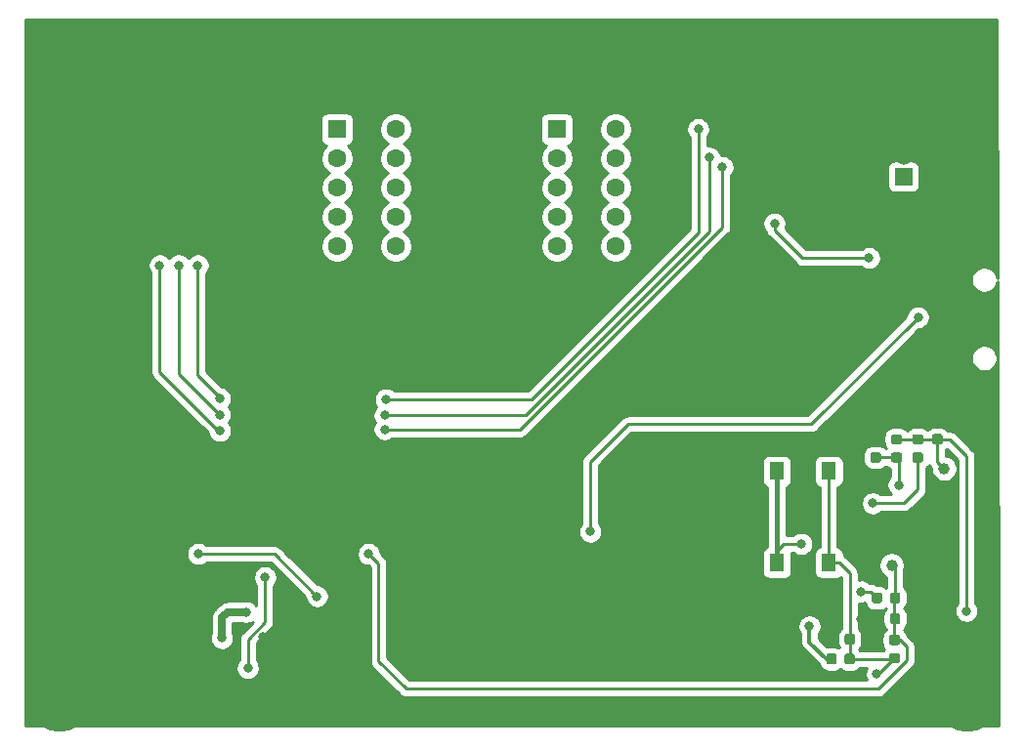
<source format=gbl>
G04 #@! TF.GenerationSoftware,KiCad,Pcbnew,(5.1.5)-3*
G04 #@! TF.CreationDate,2020-07-10T17:57:16-06:00*
G04 #@! TF.ProjectId,CounterProject,436f756e-7465-4725-9072-6f6a6563742e,rev?*
G04 #@! TF.SameCoordinates,Original*
G04 #@! TF.FileFunction,Copper,L2,Bot*
G04 #@! TF.FilePolarity,Positive*
%FSLAX46Y46*%
G04 Gerber Fmt 4.6, Leading zero omitted, Abs format (unit mm)*
G04 Created by KiCad (PCBNEW (5.1.5)-3) date 2020-07-10 17:57:16*
%MOMM*%
%LPD*%
G04 APERTURE LIST*
%ADD10R,1.300000X1.550000*%
%ADD11C,0.100000*%
%ADD12C,0.500000*%
%ADD13O,1.800000X0.900000*%
%ADD14C,1.524000*%
%ADD15R,1.524000X1.524000*%
%ADD16C,5.000000*%
%ADD17C,1.000000*%
%ADD18C,1.600000*%
%ADD19R,1.600000X1.600000*%
%ADD20C,0.800000*%
%ADD21C,0.250000*%
%ADD22C,0.635000*%
%ADD23C,0.304800*%
%ADD24C,0.381000*%
%ADD25C,0.254000*%
G04 APERTURE END LIST*
D10*
X127021200Y-127447240D03*
X127021200Y-135397240D03*
X131521200Y-127447240D03*
X131521200Y-135397240D03*
G04 #@! TA.AperFunction,SMDPad,CuDef*
D11*
G36*
X131994871Y-141532373D02*
G01*
X132016106Y-141535523D01*
X132036930Y-141540739D01*
X132057142Y-141547971D01*
X132076548Y-141557150D01*
X132094961Y-141568186D01*
X132112204Y-141580974D01*
X132128110Y-141595390D01*
X132142526Y-141611296D01*
X132155314Y-141628539D01*
X132166350Y-141646952D01*
X132175529Y-141666358D01*
X132182761Y-141686570D01*
X132187977Y-141707394D01*
X132191127Y-141728629D01*
X132192180Y-141750070D01*
X132192180Y-142262570D01*
X132191127Y-142284011D01*
X132187977Y-142305246D01*
X132182761Y-142326070D01*
X132175529Y-142346282D01*
X132166350Y-142365688D01*
X132155314Y-142384101D01*
X132142526Y-142401344D01*
X132128110Y-142417250D01*
X132112204Y-142431666D01*
X132094961Y-142444454D01*
X132076548Y-142455490D01*
X132057142Y-142464669D01*
X132036930Y-142471901D01*
X132016106Y-142477117D01*
X131994871Y-142480267D01*
X131973430Y-142481320D01*
X131535930Y-142481320D01*
X131514489Y-142480267D01*
X131493254Y-142477117D01*
X131472430Y-142471901D01*
X131452218Y-142464669D01*
X131432812Y-142455490D01*
X131414399Y-142444454D01*
X131397156Y-142431666D01*
X131381250Y-142417250D01*
X131366834Y-142401344D01*
X131354046Y-142384101D01*
X131343010Y-142365688D01*
X131333831Y-142346282D01*
X131326599Y-142326070D01*
X131321383Y-142305246D01*
X131318233Y-142284011D01*
X131317180Y-142262570D01*
X131317180Y-141750070D01*
X131318233Y-141728629D01*
X131321383Y-141707394D01*
X131326599Y-141686570D01*
X131333831Y-141666358D01*
X131343010Y-141646952D01*
X131354046Y-141628539D01*
X131366834Y-141611296D01*
X131381250Y-141595390D01*
X131397156Y-141580974D01*
X131414399Y-141568186D01*
X131432812Y-141557150D01*
X131452218Y-141547971D01*
X131472430Y-141540739D01*
X131493254Y-141535523D01*
X131514489Y-141532373D01*
X131535930Y-141531320D01*
X131973430Y-141531320D01*
X131994871Y-141532373D01*
G37*
G04 #@! TD.AperFunction*
G04 #@! TA.AperFunction,SMDPad,CuDef*
G36*
X133569871Y-141532373D02*
G01*
X133591106Y-141535523D01*
X133611930Y-141540739D01*
X133632142Y-141547971D01*
X133651548Y-141557150D01*
X133669961Y-141568186D01*
X133687204Y-141580974D01*
X133703110Y-141595390D01*
X133717526Y-141611296D01*
X133730314Y-141628539D01*
X133741350Y-141646952D01*
X133750529Y-141666358D01*
X133757761Y-141686570D01*
X133762977Y-141707394D01*
X133766127Y-141728629D01*
X133767180Y-141750070D01*
X133767180Y-142262570D01*
X133766127Y-142284011D01*
X133762977Y-142305246D01*
X133757761Y-142326070D01*
X133750529Y-142346282D01*
X133741350Y-142365688D01*
X133730314Y-142384101D01*
X133717526Y-142401344D01*
X133703110Y-142417250D01*
X133687204Y-142431666D01*
X133669961Y-142444454D01*
X133651548Y-142455490D01*
X133632142Y-142464669D01*
X133611930Y-142471901D01*
X133591106Y-142477117D01*
X133569871Y-142480267D01*
X133548430Y-142481320D01*
X133110930Y-142481320D01*
X133089489Y-142480267D01*
X133068254Y-142477117D01*
X133047430Y-142471901D01*
X133027218Y-142464669D01*
X133007812Y-142455490D01*
X132989399Y-142444454D01*
X132972156Y-142431666D01*
X132956250Y-142417250D01*
X132941834Y-142401344D01*
X132929046Y-142384101D01*
X132918010Y-142365688D01*
X132908831Y-142346282D01*
X132901599Y-142326070D01*
X132896383Y-142305246D01*
X132893233Y-142284011D01*
X132892180Y-142262570D01*
X132892180Y-141750070D01*
X132893233Y-141728629D01*
X132896383Y-141707394D01*
X132901599Y-141686570D01*
X132908831Y-141666358D01*
X132918010Y-141646952D01*
X132929046Y-141628539D01*
X132941834Y-141611296D01*
X132956250Y-141595390D01*
X132972156Y-141580974D01*
X132989399Y-141568186D01*
X133007812Y-141557150D01*
X133027218Y-141547971D01*
X133047430Y-141540739D01*
X133068254Y-141535523D01*
X133089489Y-141532373D01*
X133110930Y-141531320D01*
X133548430Y-141531320D01*
X133569871Y-141532373D01*
G37*
G04 #@! TD.AperFunction*
G04 #@! TA.AperFunction,SMDPad,CuDef*
G36*
X141196891Y-122651853D02*
G01*
X141218126Y-122655003D01*
X141238950Y-122660219D01*
X141259162Y-122667451D01*
X141278568Y-122676630D01*
X141296981Y-122687666D01*
X141314224Y-122700454D01*
X141330130Y-122714870D01*
X141344546Y-122730776D01*
X141357334Y-122748019D01*
X141368370Y-122766432D01*
X141377549Y-122785838D01*
X141384781Y-122806050D01*
X141389997Y-122826874D01*
X141393147Y-122848109D01*
X141394200Y-122869550D01*
X141394200Y-123307050D01*
X141393147Y-123328491D01*
X141389997Y-123349726D01*
X141384781Y-123370550D01*
X141377549Y-123390762D01*
X141368370Y-123410168D01*
X141357334Y-123428581D01*
X141344546Y-123445824D01*
X141330130Y-123461730D01*
X141314224Y-123476146D01*
X141296981Y-123488934D01*
X141278568Y-123499970D01*
X141259162Y-123509149D01*
X141238950Y-123516381D01*
X141218126Y-123521597D01*
X141196891Y-123524747D01*
X141175450Y-123525800D01*
X140662950Y-123525800D01*
X140641509Y-123524747D01*
X140620274Y-123521597D01*
X140599450Y-123516381D01*
X140579238Y-123509149D01*
X140559832Y-123499970D01*
X140541419Y-123488934D01*
X140524176Y-123476146D01*
X140508270Y-123461730D01*
X140493854Y-123445824D01*
X140481066Y-123428581D01*
X140470030Y-123410168D01*
X140460851Y-123390762D01*
X140453619Y-123370550D01*
X140448403Y-123349726D01*
X140445253Y-123328491D01*
X140444200Y-123307050D01*
X140444200Y-122869550D01*
X140445253Y-122848109D01*
X140448403Y-122826874D01*
X140453619Y-122806050D01*
X140460851Y-122785838D01*
X140470030Y-122766432D01*
X140481066Y-122748019D01*
X140493854Y-122730776D01*
X140508270Y-122714870D01*
X140524176Y-122700454D01*
X140541419Y-122687666D01*
X140559832Y-122676630D01*
X140579238Y-122667451D01*
X140599450Y-122660219D01*
X140620274Y-122655003D01*
X140641509Y-122651853D01*
X140662950Y-122650800D01*
X141175450Y-122650800D01*
X141196891Y-122651853D01*
G37*
G04 #@! TD.AperFunction*
G04 #@! TA.AperFunction,SMDPad,CuDef*
G36*
X141196891Y-124226853D02*
G01*
X141218126Y-124230003D01*
X141238950Y-124235219D01*
X141259162Y-124242451D01*
X141278568Y-124251630D01*
X141296981Y-124262666D01*
X141314224Y-124275454D01*
X141330130Y-124289870D01*
X141344546Y-124305776D01*
X141357334Y-124323019D01*
X141368370Y-124341432D01*
X141377549Y-124360838D01*
X141384781Y-124381050D01*
X141389997Y-124401874D01*
X141393147Y-124423109D01*
X141394200Y-124444550D01*
X141394200Y-124882050D01*
X141393147Y-124903491D01*
X141389997Y-124924726D01*
X141384781Y-124945550D01*
X141377549Y-124965762D01*
X141368370Y-124985168D01*
X141357334Y-125003581D01*
X141344546Y-125020824D01*
X141330130Y-125036730D01*
X141314224Y-125051146D01*
X141296981Y-125063934D01*
X141278568Y-125074970D01*
X141259162Y-125084149D01*
X141238950Y-125091381D01*
X141218126Y-125096597D01*
X141196891Y-125099747D01*
X141175450Y-125100800D01*
X140662950Y-125100800D01*
X140641509Y-125099747D01*
X140620274Y-125096597D01*
X140599450Y-125091381D01*
X140579238Y-125084149D01*
X140559832Y-125074970D01*
X140541419Y-125063934D01*
X140524176Y-125051146D01*
X140508270Y-125036730D01*
X140493854Y-125020824D01*
X140481066Y-125003581D01*
X140470030Y-124985168D01*
X140460851Y-124965762D01*
X140453619Y-124945550D01*
X140448403Y-124924726D01*
X140445253Y-124903491D01*
X140444200Y-124882050D01*
X140444200Y-124444550D01*
X140445253Y-124423109D01*
X140448403Y-124401874D01*
X140453619Y-124381050D01*
X140460851Y-124360838D01*
X140470030Y-124341432D01*
X140481066Y-124323019D01*
X140493854Y-124305776D01*
X140508270Y-124289870D01*
X140524176Y-124275454D01*
X140541419Y-124262666D01*
X140559832Y-124251630D01*
X140579238Y-124242451D01*
X140599450Y-124235219D01*
X140620274Y-124230003D01*
X140641509Y-124226853D01*
X140662950Y-124225800D01*
X141175450Y-124225800D01*
X141196891Y-124226853D01*
G37*
G04 #@! TD.AperFunction*
G04 #@! TA.AperFunction,SMDPad,CuDef*
G36*
X137501991Y-137956053D02*
G01*
X137523226Y-137959203D01*
X137544050Y-137964419D01*
X137564262Y-137971651D01*
X137583668Y-137980830D01*
X137602081Y-137991866D01*
X137619324Y-138004654D01*
X137635230Y-138019070D01*
X137649646Y-138034976D01*
X137662434Y-138052219D01*
X137673470Y-138070632D01*
X137682649Y-138090038D01*
X137689881Y-138110250D01*
X137695097Y-138131074D01*
X137698247Y-138152309D01*
X137699300Y-138173750D01*
X137699300Y-138686250D01*
X137698247Y-138707691D01*
X137695097Y-138728926D01*
X137689881Y-138749750D01*
X137682649Y-138769962D01*
X137673470Y-138789368D01*
X137662434Y-138807781D01*
X137649646Y-138825024D01*
X137635230Y-138840930D01*
X137619324Y-138855346D01*
X137602081Y-138868134D01*
X137583668Y-138879170D01*
X137564262Y-138888349D01*
X137544050Y-138895581D01*
X137523226Y-138900797D01*
X137501991Y-138903947D01*
X137480550Y-138905000D01*
X137043050Y-138905000D01*
X137021609Y-138903947D01*
X137000374Y-138900797D01*
X136979550Y-138895581D01*
X136959338Y-138888349D01*
X136939932Y-138879170D01*
X136921519Y-138868134D01*
X136904276Y-138855346D01*
X136888370Y-138840930D01*
X136873954Y-138825024D01*
X136861166Y-138807781D01*
X136850130Y-138789368D01*
X136840951Y-138769962D01*
X136833719Y-138749750D01*
X136828503Y-138728926D01*
X136825353Y-138707691D01*
X136824300Y-138686250D01*
X136824300Y-138173750D01*
X136825353Y-138152309D01*
X136828503Y-138131074D01*
X136833719Y-138110250D01*
X136840951Y-138090038D01*
X136850130Y-138070632D01*
X136861166Y-138052219D01*
X136873954Y-138034976D01*
X136888370Y-138019070D01*
X136904276Y-138004654D01*
X136921519Y-137991866D01*
X136939932Y-137980830D01*
X136959338Y-137971651D01*
X136979550Y-137964419D01*
X137000374Y-137959203D01*
X137021609Y-137956053D01*
X137043050Y-137955000D01*
X137480550Y-137955000D01*
X137501991Y-137956053D01*
G37*
G04 #@! TD.AperFunction*
G04 #@! TA.AperFunction,SMDPad,CuDef*
G36*
X135926991Y-137956053D02*
G01*
X135948226Y-137959203D01*
X135969050Y-137964419D01*
X135989262Y-137971651D01*
X136008668Y-137980830D01*
X136027081Y-137991866D01*
X136044324Y-138004654D01*
X136060230Y-138019070D01*
X136074646Y-138034976D01*
X136087434Y-138052219D01*
X136098470Y-138070632D01*
X136107649Y-138090038D01*
X136114881Y-138110250D01*
X136120097Y-138131074D01*
X136123247Y-138152309D01*
X136124300Y-138173750D01*
X136124300Y-138686250D01*
X136123247Y-138707691D01*
X136120097Y-138728926D01*
X136114881Y-138749750D01*
X136107649Y-138769962D01*
X136098470Y-138789368D01*
X136087434Y-138807781D01*
X136074646Y-138825024D01*
X136060230Y-138840930D01*
X136044324Y-138855346D01*
X136027081Y-138868134D01*
X136008668Y-138879170D01*
X135989262Y-138888349D01*
X135969050Y-138895581D01*
X135948226Y-138900797D01*
X135926991Y-138903947D01*
X135905550Y-138905000D01*
X135468050Y-138905000D01*
X135446609Y-138903947D01*
X135425374Y-138900797D01*
X135404550Y-138895581D01*
X135384338Y-138888349D01*
X135364932Y-138879170D01*
X135346519Y-138868134D01*
X135329276Y-138855346D01*
X135313370Y-138840930D01*
X135298954Y-138825024D01*
X135286166Y-138807781D01*
X135275130Y-138789368D01*
X135265951Y-138769962D01*
X135258719Y-138749750D01*
X135253503Y-138728926D01*
X135250353Y-138707691D01*
X135249300Y-138686250D01*
X135249300Y-138173750D01*
X135250353Y-138152309D01*
X135253503Y-138131074D01*
X135258719Y-138110250D01*
X135265951Y-138090038D01*
X135275130Y-138070632D01*
X135286166Y-138052219D01*
X135298954Y-138034976D01*
X135313370Y-138019070D01*
X135329276Y-138004654D01*
X135346519Y-137991866D01*
X135364932Y-137980830D01*
X135384338Y-137971651D01*
X135404550Y-137964419D01*
X135425374Y-137959203D01*
X135446609Y-137956053D01*
X135468050Y-137955000D01*
X135905550Y-137955000D01*
X135926991Y-137956053D01*
G37*
G04 #@! TD.AperFunction*
G04 #@! TA.AperFunction,Conductor*
G36*
X115805503Y-131036004D02*
G01*
X115829772Y-131039604D01*
X115853570Y-131045565D01*
X115876670Y-131053830D01*
X115898849Y-131064320D01*
X115919892Y-131076933D01*
X115939598Y-131091548D01*
X115957776Y-131108024D01*
X115974252Y-131126202D01*
X115988867Y-131145908D01*
X116001480Y-131166951D01*
X116011970Y-131189130D01*
X116020235Y-131212230D01*
X116026196Y-131236028D01*
X116029796Y-131260297D01*
X116031000Y-131284801D01*
X116031000Y-133484799D01*
X116029796Y-133509303D01*
X116026196Y-133533572D01*
X116020235Y-133557370D01*
X116011970Y-133580470D01*
X116001480Y-133602649D01*
X115988867Y-133623692D01*
X115974252Y-133643398D01*
X115957776Y-133661576D01*
X115939598Y-133678052D01*
X115919892Y-133692667D01*
X115898849Y-133705280D01*
X115876670Y-133715770D01*
X115853570Y-133724035D01*
X115829772Y-133729996D01*
X115805503Y-133733596D01*
X115780999Y-133734800D01*
X113581001Y-133734800D01*
X113556497Y-133733596D01*
X113532228Y-133729996D01*
X113508430Y-133724035D01*
X113485330Y-133715770D01*
X113463151Y-133705280D01*
X113442108Y-133692667D01*
X113422402Y-133678052D01*
X113404224Y-133661576D01*
X113387748Y-133643398D01*
X113373133Y-133623692D01*
X113360520Y-133602649D01*
X113350030Y-133580470D01*
X113341765Y-133557370D01*
X113335804Y-133533572D01*
X113332204Y-133509303D01*
X113331000Y-133484799D01*
X113331000Y-131284801D01*
X113332204Y-131260297D01*
X113335804Y-131236028D01*
X113341765Y-131212230D01*
X113350030Y-131189130D01*
X113360520Y-131166951D01*
X113373133Y-131145908D01*
X113387748Y-131126202D01*
X113404224Y-131108024D01*
X113422402Y-131091548D01*
X113442108Y-131076933D01*
X113463151Y-131064320D01*
X113485330Y-131053830D01*
X113508430Y-131045565D01*
X113532228Y-131039604D01*
X113556497Y-131036004D01*
X113581001Y-131034800D01*
X115780999Y-131034800D01*
X115805503Y-131036004D01*
G37*
G04 #@! TD.AperFunction*
D12*
X113581000Y-131284800D03*
X114681000Y-131284800D03*
X115781000Y-131284800D03*
X113581000Y-132384800D03*
X114681000Y-132384800D03*
X115781000Y-132384800D03*
X113581000Y-133484800D03*
X114681000Y-133484800D03*
X115781000Y-133484800D03*
D13*
X145224500Y-98173000D03*
X145224500Y-104773000D03*
D14*
X137985500Y-100139500D03*
D15*
X137985500Y-101917500D03*
D16*
X143383000Y-92075000D03*
X65151000Y-91948000D03*
X143510000Y-147574000D03*
X64897000Y-147574000D03*
D17*
X136961880Y-135605520D03*
X141503400Y-127228600D03*
D18*
X113030000Y-97790000D03*
X113030000Y-100330000D03*
X113030000Y-102870000D03*
X113030000Y-105410000D03*
X113030000Y-107950000D03*
X107950000Y-107950000D03*
X107950000Y-105410000D03*
X107950000Y-102870000D03*
X107950000Y-100330000D03*
D19*
X107950000Y-97790000D03*
D18*
X93980000Y-97790000D03*
X93980000Y-100330000D03*
X93980000Y-102870000D03*
X93980000Y-105410000D03*
X93980000Y-107950000D03*
X88900000Y-107950000D03*
X88900000Y-105410000D03*
X88900000Y-102870000D03*
X88900000Y-100330000D03*
D19*
X88900000Y-97790000D03*
G04 #@! TA.AperFunction,SMDPad,CuDef*
D11*
G36*
X137488491Y-141648613D02*
G01*
X137509726Y-141651763D01*
X137530550Y-141656979D01*
X137550762Y-141664211D01*
X137570168Y-141673390D01*
X137588581Y-141684426D01*
X137605824Y-141697214D01*
X137621730Y-141711630D01*
X137636146Y-141727536D01*
X137648934Y-141744779D01*
X137659970Y-141763192D01*
X137669149Y-141782598D01*
X137676381Y-141802810D01*
X137681597Y-141823634D01*
X137684747Y-141844869D01*
X137685800Y-141866310D01*
X137685800Y-142303810D01*
X137684747Y-142325251D01*
X137681597Y-142346486D01*
X137676381Y-142367310D01*
X137669149Y-142387522D01*
X137659970Y-142406928D01*
X137648934Y-142425341D01*
X137636146Y-142442584D01*
X137621730Y-142458490D01*
X137605824Y-142472906D01*
X137588581Y-142485694D01*
X137570168Y-142496730D01*
X137550762Y-142505909D01*
X137530550Y-142513141D01*
X137509726Y-142518357D01*
X137488491Y-142521507D01*
X137467050Y-142522560D01*
X136954550Y-142522560D01*
X136933109Y-142521507D01*
X136911874Y-142518357D01*
X136891050Y-142513141D01*
X136870838Y-142505909D01*
X136851432Y-142496730D01*
X136833019Y-142485694D01*
X136815776Y-142472906D01*
X136799870Y-142458490D01*
X136785454Y-142442584D01*
X136772666Y-142425341D01*
X136761630Y-142406928D01*
X136752451Y-142387522D01*
X136745219Y-142367310D01*
X136740003Y-142346486D01*
X136736853Y-142325251D01*
X136735800Y-142303810D01*
X136735800Y-141866310D01*
X136736853Y-141844869D01*
X136740003Y-141823634D01*
X136745219Y-141802810D01*
X136752451Y-141782598D01*
X136761630Y-141763192D01*
X136772666Y-141744779D01*
X136785454Y-141727536D01*
X136799870Y-141711630D01*
X136815776Y-141697214D01*
X136833019Y-141684426D01*
X136851432Y-141673390D01*
X136870838Y-141664211D01*
X136891050Y-141656979D01*
X136911874Y-141651763D01*
X136933109Y-141648613D01*
X136954550Y-141647560D01*
X137467050Y-141647560D01*
X137488491Y-141648613D01*
G37*
G04 #@! TD.AperFunction*
G04 #@! TA.AperFunction,SMDPad,CuDef*
G36*
X137488491Y-143223613D02*
G01*
X137509726Y-143226763D01*
X137530550Y-143231979D01*
X137550762Y-143239211D01*
X137570168Y-143248390D01*
X137588581Y-143259426D01*
X137605824Y-143272214D01*
X137621730Y-143286630D01*
X137636146Y-143302536D01*
X137648934Y-143319779D01*
X137659970Y-143338192D01*
X137669149Y-143357598D01*
X137676381Y-143377810D01*
X137681597Y-143398634D01*
X137684747Y-143419869D01*
X137685800Y-143441310D01*
X137685800Y-143878810D01*
X137684747Y-143900251D01*
X137681597Y-143921486D01*
X137676381Y-143942310D01*
X137669149Y-143962522D01*
X137659970Y-143981928D01*
X137648934Y-144000341D01*
X137636146Y-144017584D01*
X137621730Y-144033490D01*
X137605824Y-144047906D01*
X137588581Y-144060694D01*
X137570168Y-144071730D01*
X137550762Y-144080909D01*
X137530550Y-144088141D01*
X137509726Y-144093357D01*
X137488491Y-144096507D01*
X137467050Y-144097560D01*
X136954550Y-144097560D01*
X136933109Y-144096507D01*
X136911874Y-144093357D01*
X136891050Y-144088141D01*
X136870838Y-144080909D01*
X136851432Y-144071730D01*
X136833019Y-144060694D01*
X136815776Y-144047906D01*
X136799870Y-144033490D01*
X136785454Y-144017584D01*
X136772666Y-144000341D01*
X136761630Y-143981928D01*
X136752451Y-143962522D01*
X136745219Y-143942310D01*
X136740003Y-143921486D01*
X136736853Y-143900251D01*
X136735800Y-143878810D01*
X136735800Y-143441310D01*
X136736853Y-143419869D01*
X136740003Y-143398634D01*
X136745219Y-143377810D01*
X136752451Y-143357598D01*
X136761630Y-143338192D01*
X136772666Y-143319779D01*
X136785454Y-143302536D01*
X136799870Y-143286630D01*
X136815776Y-143272214D01*
X136833019Y-143259426D01*
X136851432Y-143248390D01*
X136870838Y-143239211D01*
X136891050Y-143231979D01*
X136911874Y-143226763D01*
X136933109Y-143223613D01*
X136954550Y-143222560D01*
X137467050Y-143222560D01*
X137488491Y-143223613D01*
G37*
G04 #@! TD.AperFunction*
G04 #@! TA.AperFunction,SMDPad,CuDef*
G36*
X133564791Y-143264653D02*
G01*
X133586026Y-143267803D01*
X133606850Y-143273019D01*
X133627062Y-143280251D01*
X133646468Y-143289430D01*
X133664881Y-143300466D01*
X133682124Y-143313254D01*
X133698030Y-143327670D01*
X133712446Y-143343576D01*
X133725234Y-143360819D01*
X133736270Y-143379232D01*
X133745449Y-143398638D01*
X133752681Y-143418850D01*
X133757897Y-143439674D01*
X133761047Y-143460909D01*
X133762100Y-143482350D01*
X133762100Y-143994850D01*
X133761047Y-144016291D01*
X133757897Y-144037526D01*
X133752681Y-144058350D01*
X133745449Y-144078562D01*
X133736270Y-144097968D01*
X133725234Y-144116381D01*
X133712446Y-144133624D01*
X133698030Y-144149530D01*
X133682124Y-144163946D01*
X133664881Y-144176734D01*
X133646468Y-144187770D01*
X133627062Y-144196949D01*
X133606850Y-144204181D01*
X133586026Y-144209397D01*
X133564791Y-144212547D01*
X133543350Y-144213600D01*
X133105850Y-144213600D01*
X133084409Y-144212547D01*
X133063174Y-144209397D01*
X133042350Y-144204181D01*
X133022138Y-144196949D01*
X133002732Y-144187770D01*
X132984319Y-144176734D01*
X132967076Y-144163946D01*
X132951170Y-144149530D01*
X132936754Y-144133624D01*
X132923966Y-144116381D01*
X132912930Y-144097968D01*
X132903751Y-144078562D01*
X132896519Y-144058350D01*
X132891303Y-144037526D01*
X132888153Y-144016291D01*
X132887100Y-143994850D01*
X132887100Y-143482350D01*
X132888153Y-143460909D01*
X132891303Y-143439674D01*
X132896519Y-143418850D01*
X132903751Y-143398638D01*
X132912930Y-143379232D01*
X132923966Y-143360819D01*
X132936754Y-143343576D01*
X132951170Y-143327670D01*
X132967076Y-143313254D01*
X132984319Y-143300466D01*
X133002732Y-143289430D01*
X133022138Y-143280251D01*
X133042350Y-143273019D01*
X133063174Y-143267803D01*
X133084409Y-143264653D01*
X133105850Y-143263600D01*
X133543350Y-143263600D01*
X133564791Y-143264653D01*
G37*
G04 #@! TD.AperFunction*
G04 #@! TA.AperFunction,SMDPad,CuDef*
G36*
X131989791Y-143264653D02*
G01*
X132011026Y-143267803D01*
X132031850Y-143273019D01*
X132052062Y-143280251D01*
X132071468Y-143289430D01*
X132089881Y-143300466D01*
X132107124Y-143313254D01*
X132123030Y-143327670D01*
X132137446Y-143343576D01*
X132150234Y-143360819D01*
X132161270Y-143379232D01*
X132170449Y-143398638D01*
X132177681Y-143418850D01*
X132182897Y-143439674D01*
X132186047Y-143460909D01*
X132187100Y-143482350D01*
X132187100Y-143994850D01*
X132186047Y-144016291D01*
X132182897Y-144037526D01*
X132177681Y-144058350D01*
X132170449Y-144078562D01*
X132161270Y-144097968D01*
X132150234Y-144116381D01*
X132137446Y-144133624D01*
X132123030Y-144149530D01*
X132107124Y-144163946D01*
X132089881Y-144176734D01*
X132071468Y-144187770D01*
X132052062Y-144196949D01*
X132031850Y-144204181D01*
X132011026Y-144209397D01*
X131989791Y-144212547D01*
X131968350Y-144213600D01*
X131530850Y-144213600D01*
X131509409Y-144212547D01*
X131488174Y-144209397D01*
X131467350Y-144204181D01*
X131447138Y-144196949D01*
X131427732Y-144187770D01*
X131409319Y-144176734D01*
X131392076Y-144163946D01*
X131376170Y-144149530D01*
X131361754Y-144133624D01*
X131348966Y-144116381D01*
X131337930Y-144097968D01*
X131328751Y-144078562D01*
X131321519Y-144058350D01*
X131316303Y-144037526D01*
X131313153Y-144016291D01*
X131312100Y-143994850D01*
X131312100Y-143482350D01*
X131313153Y-143460909D01*
X131316303Y-143439674D01*
X131321519Y-143418850D01*
X131328751Y-143398638D01*
X131337930Y-143379232D01*
X131348966Y-143360819D01*
X131361754Y-143343576D01*
X131376170Y-143327670D01*
X131392076Y-143313254D01*
X131409319Y-143300466D01*
X131427732Y-143289430D01*
X131447138Y-143280251D01*
X131467350Y-143273019D01*
X131488174Y-143267803D01*
X131509409Y-143264653D01*
X131530850Y-143263600D01*
X131968350Y-143263600D01*
X131989791Y-143264653D01*
G37*
G04 #@! TD.AperFunction*
G04 #@! TA.AperFunction,SMDPad,CuDef*
G36*
X137666291Y-124252153D02*
G01*
X137687526Y-124255303D01*
X137708350Y-124260519D01*
X137728562Y-124267751D01*
X137747968Y-124276930D01*
X137766381Y-124287966D01*
X137783624Y-124300754D01*
X137799530Y-124315170D01*
X137813946Y-124331076D01*
X137826734Y-124348319D01*
X137837770Y-124366732D01*
X137846949Y-124386138D01*
X137854181Y-124406350D01*
X137859397Y-124427174D01*
X137862547Y-124448409D01*
X137863600Y-124469850D01*
X137863600Y-124907350D01*
X137862547Y-124928791D01*
X137859397Y-124950026D01*
X137854181Y-124970850D01*
X137846949Y-124991062D01*
X137837770Y-125010468D01*
X137826734Y-125028881D01*
X137813946Y-125046124D01*
X137799530Y-125062030D01*
X137783624Y-125076446D01*
X137766381Y-125089234D01*
X137747968Y-125100270D01*
X137728562Y-125109449D01*
X137708350Y-125116681D01*
X137687526Y-125121897D01*
X137666291Y-125125047D01*
X137644850Y-125126100D01*
X137132350Y-125126100D01*
X137110909Y-125125047D01*
X137089674Y-125121897D01*
X137068850Y-125116681D01*
X137048638Y-125109449D01*
X137029232Y-125100270D01*
X137010819Y-125089234D01*
X136993576Y-125076446D01*
X136977670Y-125062030D01*
X136963254Y-125046124D01*
X136950466Y-125028881D01*
X136939430Y-125010468D01*
X136930251Y-124991062D01*
X136923019Y-124970850D01*
X136917803Y-124950026D01*
X136914653Y-124928791D01*
X136913600Y-124907350D01*
X136913600Y-124469850D01*
X136914653Y-124448409D01*
X136917803Y-124427174D01*
X136923019Y-124406350D01*
X136930251Y-124386138D01*
X136939430Y-124366732D01*
X136950466Y-124348319D01*
X136963254Y-124331076D01*
X136977670Y-124315170D01*
X136993576Y-124300754D01*
X137010819Y-124287966D01*
X137029232Y-124276930D01*
X137048638Y-124267751D01*
X137068850Y-124260519D01*
X137089674Y-124255303D01*
X137110909Y-124252153D01*
X137132350Y-124251100D01*
X137644850Y-124251100D01*
X137666291Y-124252153D01*
G37*
G04 #@! TD.AperFunction*
G04 #@! TA.AperFunction,SMDPad,CuDef*
G36*
X137666291Y-125827153D02*
G01*
X137687526Y-125830303D01*
X137708350Y-125835519D01*
X137728562Y-125842751D01*
X137747968Y-125851930D01*
X137766381Y-125862966D01*
X137783624Y-125875754D01*
X137799530Y-125890170D01*
X137813946Y-125906076D01*
X137826734Y-125923319D01*
X137837770Y-125941732D01*
X137846949Y-125961138D01*
X137854181Y-125981350D01*
X137859397Y-126002174D01*
X137862547Y-126023409D01*
X137863600Y-126044850D01*
X137863600Y-126482350D01*
X137862547Y-126503791D01*
X137859397Y-126525026D01*
X137854181Y-126545850D01*
X137846949Y-126566062D01*
X137837770Y-126585468D01*
X137826734Y-126603881D01*
X137813946Y-126621124D01*
X137799530Y-126637030D01*
X137783624Y-126651446D01*
X137766381Y-126664234D01*
X137747968Y-126675270D01*
X137728562Y-126684449D01*
X137708350Y-126691681D01*
X137687526Y-126696897D01*
X137666291Y-126700047D01*
X137644850Y-126701100D01*
X137132350Y-126701100D01*
X137110909Y-126700047D01*
X137089674Y-126696897D01*
X137068850Y-126691681D01*
X137048638Y-126684449D01*
X137029232Y-126675270D01*
X137010819Y-126664234D01*
X136993576Y-126651446D01*
X136977670Y-126637030D01*
X136963254Y-126621124D01*
X136950466Y-126603881D01*
X136939430Y-126585468D01*
X136930251Y-126566062D01*
X136923019Y-126545850D01*
X136917803Y-126525026D01*
X136914653Y-126503791D01*
X136913600Y-126482350D01*
X136913600Y-126044850D01*
X136914653Y-126023409D01*
X136917803Y-126002174D01*
X136923019Y-125981350D01*
X136930251Y-125961138D01*
X136939430Y-125941732D01*
X136950466Y-125923319D01*
X136963254Y-125906076D01*
X136977670Y-125890170D01*
X136993576Y-125875754D01*
X137010819Y-125862966D01*
X137029232Y-125851930D01*
X137048638Y-125842751D01*
X137068850Y-125835519D01*
X137089674Y-125830303D01*
X137110909Y-125827153D01*
X137132350Y-125826100D01*
X137644850Y-125826100D01*
X137666291Y-125827153D01*
G37*
G04 #@! TD.AperFunction*
G04 #@! TA.AperFunction,SMDPad,CuDef*
G36*
X135850191Y-124251953D02*
G01*
X135871426Y-124255103D01*
X135892250Y-124260319D01*
X135912462Y-124267551D01*
X135931868Y-124276730D01*
X135950281Y-124287766D01*
X135967524Y-124300554D01*
X135983430Y-124314970D01*
X135997846Y-124330876D01*
X136010634Y-124348119D01*
X136021670Y-124366532D01*
X136030849Y-124385938D01*
X136038081Y-124406150D01*
X136043297Y-124426974D01*
X136046447Y-124448209D01*
X136047500Y-124469650D01*
X136047500Y-124907150D01*
X136046447Y-124928591D01*
X136043297Y-124949826D01*
X136038081Y-124970650D01*
X136030849Y-124990862D01*
X136021670Y-125010268D01*
X136010634Y-125028681D01*
X135997846Y-125045924D01*
X135983430Y-125061830D01*
X135967524Y-125076246D01*
X135950281Y-125089034D01*
X135931868Y-125100070D01*
X135912462Y-125109249D01*
X135892250Y-125116481D01*
X135871426Y-125121697D01*
X135850191Y-125124847D01*
X135828750Y-125125900D01*
X135316250Y-125125900D01*
X135294809Y-125124847D01*
X135273574Y-125121697D01*
X135252750Y-125116481D01*
X135232538Y-125109249D01*
X135213132Y-125100070D01*
X135194719Y-125089034D01*
X135177476Y-125076246D01*
X135161570Y-125061830D01*
X135147154Y-125045924D01*
X135134366Y-125028681D01*
X135123330Y-125010268D01*
X135114151Y-124990862D01*
X135106919Y-124970650D01*
X135101703Y-124949826D01*
X135098553Y-124928591D01*
X135097500Y-124907150D01*
X135097500Y-124469650D01*
X135098553Y-124448209D01*
X135101703Y-124426974D01*
X135106919Y-124406150D01*
X135114151Y-124385938D01*
X135123330Y-124366532D01*
X135134366Y-124348119D01*
X135147154Y-124330876D01*
X135161570Y-124314970D01*
X135177476Y-124300554D01*
X135194719Y-124287766D01*
X135213132Y-124276730D01*
X135232538Y-124267551D01*
X135252750Y-124260319D01*
X135273574Y-124255103D01*
X135294809Y-124251953D01*
X135316250Y-124250900D01*
X135828750Y-124250900D01*
X135850191Y-124251953D01*
G37*
G04 #@! TD.AperFunction*
G04 #@! TA.AperFunction,SMDPad,CuDef*
G36*
X135850191Y-125826953D02*
G01*
X135871426Y-125830103D01*
X135892250Y-125835319D01*
X135912462Y-125842551D01*
X135931868Y-125851730D01*
X135950281Y-125862766D01*
X135967524Y-125875554D01*
X135983430Y-125889970D01*
X135997846Y-125905876D01*
X136010634Y-125923119D01*
X136021670Y-125941532D01*
X136030849Y-125960938D01*
X136038081Y-125981150D01*
X136043297Y-126001974D01*
X136046447Y-126023209D01*
X136047500Y-126044650D01*
X136047500Y-126482150D01*
X136046447Y-126503591D01*
X136043297Y-126524826D01*
X136038081Y-126545650D01*
X136030849Y-126565862D01*
X136021670Y-126585268D01*
X136010634Y-126603681D01*
X135997846Y-126620924D01*
X135983430Y-126636830D01*
X135967524Y-126651246D01*
X135950281Y-126664034D01*
X135931868Y-126675070D01*
X135912462Y-126684249D01*
X135892250Y-126691481D01*
X135871426Y-126696697D01*
X135850191Y-126699847D01*
X135828750Y-126700900D01*
X135316250Y-126700900D01*
X135294809Y-126699847D01*
X135273574Y-126696697D01*
X135252750Y-126691481D01*
X135232538Y-126684249D01*
X135213132Y-126675070D01*
X135194719Y-126664034D01*
X135177476Y-126651246D01*
X135161570Y-126636830D01*
X135147154Y-126620924D01*
X135134366Y-126603681D01*
X135123330Y-126585268D01*
X135114151Y-126565862D01*
X135106919Y-126545650D01*
X135101703Y-126524826D01*
X135098553Y-126503591D01*
X135097500Y-126482150D01*
X135097500Y-126044650D01*
X135098553Y-126023209D01*
X135101703Y-126001974D01*
X135106919Y-125981150D01*
X135114151Y-125960938D01*
X135123330Y-125941532D01*
X135134366Y-125923119D01*
X135147154Y-125905876D01*
X135161570Y-125889970D01*
X135177476Y-125875554D01*
X135194719Y-125862766D01*
X135213132Y-125851730D01*
X135232538Y-125842551D01*
X135252750Y-125835319D01*
X135273574Y-125830103D01*
X135294809Y-125826953D01*
X135316250Y-125825900D01*
X135828750Y-125825900D01*
X135850191Y-125826953D01*
G37*
G04 #@! TD.AperFunction*
G04 #@! TA.AperFunction,SMDPad,CuDef*
G36*
X135926991Y-139759453D02*
G01*
X135948226Y-139762603D01*
X135969050Y-139767819D01*
X135989262Y-139775051D01*
X136008668Y-139784230D01*
X136027081Y-139795266D01*
X136044324Y-139808054D01*
X136060230Y-139822470D01*
X136074646Y-139838376D01*
X136087434Y-139855619D01*
X136098470Y-139874032D01*
X136107649Y-139893438D01*
X136114881Y-139913650D01*
X136120097Y-139934474D01*
X136123247Y-139955709D01*
X136124300Y-139977150D01*
X136124300Y-140489650D01*
X136123247Y-140511091D01*
X136120097Y-140532326D01*
X136114881Y-140553150D01*
X136107649Y-140573362D01*
X136098470Y-140592768D01*
X136087434Y-140611181D01*
X136074646Y-140628424D01*
X136060230Y-140644330D01*
X136044324Y-140658746D01*
X136027081Y-140671534D01*
X136008668Y-140682570D01*
X135989262Y-140691749D01*
X135969050Y-140698981D01*
X135948226Y-140704197D01*
X135926991Y-140707347D01*
X135905550Y-140708400D01*
X135468050Y-140708400D01*
X135446609Y-140707347D01*
X135425374Y-140704197D01*
X135404550Y-140698981D01*
X135384338Y-140691749D01*
X135364932Y-140682570D01*
X135346519Y-140671534D01*
X135329276Y-140658746D01*
X135313370Y-140644330D01*
X135298954Y-140628424D01*
X135286166Y-140611181D01*
X135275130Y-140592768D01*
X135265951Y-140573362D01*
X135258719Y-140553150D01*
X135253503Y-140532326D01*
X135250353Y-140511091D01*
X135249300Y-140489650D01*
X135249300Y-139977150D01*
X135250353Y-139955709D01*
X135253503Y-139934474D01*
X135258719Y-139913650D01*
X135265951Y-139893438D01*
X135275130Y-139874032D01*
X135286166Y-139855619D01*
X135298954Y-139838376D01*
X135313370Y-139822470D01*
X135329276Y-139808054D01*
X135346519Y-139795266D01*
X135364932Y-139784230D01*
X135384338Y-139775051D01*
X135404550Y-139767819D01*
X135425374Y-139762603D01*
X135446609Y-139759453D01*
X135468050Y-139758400D01*
X135905550Y-139758400D01*
X135926991Y-139759453D01*
G37*
G04 #@! TD.AperFunction*
G04 #@! TA.AperFunction,SMDPad,CuDef*
G36*
X137501991Y-139759453D02*
G01*
X137523226Y-139762603D01*
X137544050Y-139767819D01*
X137564262Y-139775051D01*
X137583668Y-139784230D01*
X137602081Y-139795266D01*
X137619324Y-139808054D01*
X137635230Y-139822470D01*
X137649646Y-139838376D01*
X137662434Y-139855619D01*
X137673470Y-139874032D01*
X137682649Y-139893438D01*
X137689881Y-139913650D01*
X137695097Y-139934474D01*
X137698247Y-139955709D01*
X137699300Y-139977150D01*
X137699300Y-140489650D01*
X137698247Y-140511091D01*
X137695097Y-140532326D01*
X137689881Y-140553150D01*
X137682649Y-140573362D01*
X137673470Y-140592768D01*
X137662434Y-140611181D01*
X137649646Y-140628424D01*
X137635230Y-140644330D01*
X137619324Y-140658746D01*
X137602081Y-140671534D01*
X137583668Y-140682570D01*
X137564262Y-140691749D01*
X137544050Y-140698981D01*
X137523226Y-140704197D01*
X137501991Y-140707347D01*
X137480550Y-140708400D01*
X137043050Y-140708400D01*
X137021609Y-140707347D01*
X137000374Y-140704197D01*
X136979550Y-140698981D01*
X136959338Y-140691749D01*
X136939932Y-140682570D01*
X136921519Y-140671534D01*
X136904276Y-140658746D01*
X136888370Y-140644330D01*
X136873954Y-140628424D01*
X136861166Y-140611181D01*
X136850130Y-140592768D01*
X136840951Y-140573362D01*
X136833719Y-140553150D01*
X136828503Y-140532326D01*
X136825353Y-140511091D01*
X136824300Y-140489650D01*
X136824300Y-139977150D01*
X136825353Y-139955709D01*
X136828503Y-139934474D01*
X136833719Y-139913650D01*
X136840951Y-139893438D01*
X136850130Y-139874032D01*
X136861166Y-139855619D01*
X136873954Y-139838376D01*
X136888370Y-139822470D01*
X136904276Y-139808054D01*
X136921519Y-139795266D01*
X136939932Y-139784230D01*
X136959338Y-139775051D01*
X136979550Y-139767819D01*
X137000374Y-139762603D01*
X137021609Y-139759453D01*
X137043050Y-139758400D01*
X137480550Y-139758400D01*
X137501991Y-139759453D01*
G37*
G04 #@! TD.AperFunction*
G04 #@! TA.AperFunction,SMDPad,CuDef*
G36*
X139495091Y-124252153D02*
G01*
X139516326Y-124255303D01*
X139537150Y-124260519D01*
X139557362Y-124267751D01*
X139576768Y-124276930D01*
X139595181Y-124287966D01*
X139612424Y-124300754D01*
X139628330Y-124315170D01*
X139642746Y-124331076D01*
X139655534Y-124348319D01*
X139666570Y-124366732D01*
X139675749Y-124386138D01*
X139682981Y-124406350D01*
X139688197Y-124427174D01*
X139691347Y-124448409D01*
X139692400Y-124469850D01*
X139692400Y-124907350D01*
X139691347Y-124928791D01*
X139688197Y-124950026D01*
X139682981Y-124970850D01*
X139675749Y-124991062D01*
X139666570Y-125010468D01*
X139655534Y-125028881D01*
X139642746Y-125046124D01*
X139628330Y-125062030D01*
X139612424Y-125076446D01*
X139595181Y-125089234D01*
X139576768Y-125100270D01*
X139557362Y-125109449D01*
X139537150Y-125116681D01*
X139516326Y-125121897D01*
X139495091Y-125125047D01*
X139473650Y-125126100D01*
X138961150Y-125126100D01*
X138939709Y-125125047D01*
X138918474Y-125121897D01*
X138897650Y-125116681D01*
X138877438Y-125109449D01*
X138858032Y-125100270D01*
X138839619Y-125089234D01*
X138822376Y-125076446D01*
X138806470Y-125062030D01*
X138792054Y-125046124D01*
X138779266Y-125028881D01*
X138768230Y-125010468D01*
X138759051Y-124991062D01*
X138751819Y-124970850D01*
X138746603Y-124950026D01*
X138743453Y-124928791D01*
X138742400Y-124907350D01*
X138742400Y-124469850D01*
X138743453Y-124448409D01*
X138746603Y-124427174D01*
X138751819Y-124406350D01*
X138759051Y-124386138D01*
X138768230Y-124366732D01*
X138779266Y-124348319D01*
X138792054Y-124331076D01*
X138806470Y-124315170D01*
X138822376Y-124300754D01*
X138839619Y-124287966D01*
X138858032Y-124276930D01*
X138877438Y-124267751D01*
X138897650Y-124260519D01*
X138918474Y-124255303D01*
X138939709Y-124252153D01*
X138961150Y-124251100D01*
X139473650Y-124251100D01*
X139495091Y-124252153D01*
G37*
G04 #@! TD.AperFunction*
G04 #@! TA.AperFunction,SMDPad,CuDef*
G36*
X139495091Y-125827153D02*
G01*
X139516326Y-125830303D01*
X139537150Y-125835519D01*
X139557362Y-125842751D01*
X139576768Y-125851930D01*
X139595181Y-125862966D01*
X139612424Y-125875754D01*
X139628330Y-125890170D01*
X139642746Y-125906076D01*
X139655534Y-125923319D01*
X139666570Y-125941732D01*
X139675749Y-125961138D01*
X139682981Y-125981350D01*
X139688197Y-126002174D01*
X139691347Y-126023409D01*
X139692400Y-126044850D01*
X139692400Y-126482350D01*
X139691347Y-126503791D01*
X139688197Y-126525026D01*
X139682981Y-126545850D01*
X139675749Y-126566062D01*
X139666570Y-126585468D01*
X139655534Y-126603881D01*
X139642746Y-126621124D01*
X139628330Y-126637030D01*
X139612424Y-126651446D01*
X139595181Y-126664234D01*
X139576768Y-126675270D01*
X139557362Y-126684449D01*
X139537150Y-126691681D01*
X139516326Y-126696897D01*
X139495091Y-126700047D01*
X139473650Y-126701100D01*
X138961150Y-126701100D01*
X138939709Y-126700047D01*
X138918474Y-126696897D01*
X138897650Y-126691681D01*
X138877438Y-126684449D01*
X138858032Y-126675270D01*
X138839619Y-126664234D01*
X138822376Y-126651446D01*
X138806470Y-126637030D01*
X138792054Y-126621124D01*
X138779266Y-126603881D01*
X138768230Y-126585468D01*
X138759051Y-126566062D01*
X138751819Y-126545850D01*
X138746603Y-126525026D01*
X138743453Y-126503791D01*
X138742400Y-126482350D01*
X138742400Y-126044850D01*
X138743453Y-126023409D01*
X138746603Y-126002174D01*
X138751819Y-125981350D01*
X138759051Y-125961138D01*
X138768230Y-125941732D01*
X138779266Y-125923319D01*
X138792054Y-125906076D01*
X138806470Y-125890170D01*
X138822376Y-125875754D01*
X138839619Y-125862966D01*
X138858032Y-125851930D01*
X138877438Y-125842751D01*
X138897650Y-125835519D01*
X138918474Y-125830303D01*
X138939709Y-125827153D01*
X138961150Y-125826100D01*
X139473650Y-125826100D01*
X139495091Y-125827153D01*
G37*
G04 #@! TD.AperFunction*
D20*
X81153000Y-138049000D03*
X84709000Y-128079500D03*
X69913500Y-128143000D03*
X122174000Y-140716000D03*
X126873000Y-110490000D03*
X76857300Y-139700000D03*
X101981000Y-131191000D03*
X109347000Y-135509000D03*
X115506500Y-126301500D03*
X115443000Y-127635000D03*
X115570000Y-129095500D03*
X91567000Y-139636500D03*
X138874500Y-103822500D03*
X67754500Y-123190000D03*
X82550000Y-122809000D03*
X93345000Y-115443000D03*
X71501000Y-112776000D03*
X66319500Y-137007500D03*
X133159500Y-97028000D03*
X143446500Y-139573000D03*
X78930500Y-141922500D03*
X81026000Y-139662000D03*
X126809500Y-105981500D03*
X135001000Y-108966000D03*
X93154500Y-121221500D03*
X120205500Y-97790000D03*
X121158000Y-100266500D03*
X93027500Y-122618500D03*
X93027500Y-123825000D03*
X122301000Y-101092000D03*
X76835000Y-109601000D03*
X78740000Y-121158000D03*
X75184000Y-109601000D03*
X78740000Y-122555000D03*
X73533000Y-109601000D03*
X78740000Y-123952000D03*
X82448400Y-141833600D03*
X67614800Y-141427200D03*
X141173200Y-141732000D03*
X134264400Y-140258800D03*
X131724400Y-140258800D03*
X111760000Y-112217200D03*
X96977200Y-111556800D03*
X82668707Y-136655916D03*
X81178400Y-144526000D03*
X91643200Y-134620000D03*
X129844800Y-140893800D03*
X135331200Y-130225800D03*
X129133600Y-133756400D03*
X139242800Y-117398800D03*
X143014700Y-108902500D03*
X134315200Y-137871200D03*
X110845600Y-132689600D03*
X139255500Y-114109500D03*
X87172800Y-138303000D03*
X76885800Y-134620000D03*
X137566400Y-128651000D03*
X135686800Y-145034000D03*
D21*
X135572500Y-124688400D02*
X135572500Y-124650500D01*
X64897000Y-147574000D02*
X65278000Y-147574000D01*
X135432800Y-140180060D02*
X135305800Y-140307060D01*
X143464710Y-139554790D02*
X143446500Y-139573000D01*
X137210800Y-140383060D02*
X137007800Y-140180060D01*
D22*
X78930500Y-141922500D02*
X78930500Y-140144500D01*
X79413000Y-139662000D02*
X81026000Y-139662000D01*
X78930500Y-140144500D02*
X79413000Y-139662000D01*
D21*
X126809500Y-106547185D02*
X129228315Y-108966000D01*
X126809500Y-105981500D02*
X126809500Y-106547185D01*
X129228315Y-108966000D02*
X135001000Y-108966000D01*
X93154500Y-121221500D02*
X105727500Y-121221500D01*
X105727500Y-121221500D02*
X120205500Y-106743500D01*
X120205500Y-106743500D02*
X120205500Y-97790000D01*
X105283000Y-122555000D02*
X93091000Y-122555000D01*
X121158000Y-100266500D02*
X121158000Y-106680000D01*
X93091000Y-122555000D02*
X93027500Y-122618500D01*
X121158000Y-106680000D02*
X105283000Y-122555000D01*
X104775000Y-123825000D02*
X93027500Y-123825000D01*
X122301000Y-101092000D02*
X122301000Y-106299000D01*
X122301000Y-106299000D02*
X104775000Y-123825000D01*
X76835000Y-109601000D02*
X76835000Y-119126000D01*
X76835000Y-119126000D02*
X78613000Y-120904000D01*
X75184000Y-109601000D02*
X75184000Y-118999000D01*
X75184000Y-118999000D02*
X78740000Y-122555000D01*
X73533000Y-109601000D02*
X73533000Y-118872000D01*
X73533000Y-118872000D02*
X78613000Y-123952000D01*
X137159800Y-143609060D02*
X137210800Y-143660060D01*
X137261600Y-143710860D02*
X137210800Y-143660060D01*
X136735800Y-143660060D02*
X137210800Y-143660060D01*
X135686800Y-140233400D02*
X134289800Y-140233400D01*
X134289800Y-140233400D02*
X134264400Y-140258800D01*
X137388600Y-124688600D02*
X139217400Y-124688600D01*
X141986000Y-124688600D02*
X143459200Y-126161800D01*
X139217400Y-124688600D02*
X141986000Y-124688600D01*
X143459200Y-126161800D02*
X143464710Y-139554790D01*
X140919200Y-126644400D02*
X141503400Y-127228600D01*
X140919200Y-124663300D02*
X140919200Y-126644400D01*
X82668707Y-140540291D02*
X82668707Y-137221601D01*
X81178400Y-142030598D02*
X82668707Y-140540291D01*
X82668707Y-137221601D02*
X82668707Y-136655916D01*
X81178400Y-144526000D02*
X81178400Y-142030598D01*
X137210800Y-138481000D02*
X137261800Y-138430000D01*
X137210800Y-142085060D02*
X137210800Y-138481000D01*
X137261800Y-135905440D02*
X136961880Y-135605520D01*
X137261800Y-138430000D02*
X137261800Y-135905440D01*
X137685800Y-142085060D02*
X138277600Y-142676860D01*
X137210800Y-142085060D02*
X137685800Y-142085060D01*
X138277600Y-143837254D02*
X135810854Y-146304000D01*
X138277600Y-142676860D02*
X138277600Y-143837254D01*
X135810854Y-146304000D02*
X94894400Y-146304000D01*
X94894400Y-146304000D02*
X92506800Y-143916400D01*
X92506800Y-143916400D02*
X92506800Y-135483600D01*
X92506800Y-135483600D02*
X91643200Y-134620000D01*
X131749600Y-143738600D02*
X131312100Y-143738600D01*
D23*
X129844800Y-142271300D02*
X129844800Y-140893800D01*
X131312100Y-143738600D02*
X129844800Y-142271300D01*
D21*
X135686800Y-138430000D02*
X135686800Y-138531600D01*
X139217400Y-126263600D02*
X139116000Y-126263600D01*
X139217400Y-126701100D02*
X139242800Y-126726500D01*
X139217400Y-126263600D02*
X139217400Y-126701100D01*
X139242800Y-126726500D02*
X139242800Y-129006600D01*
X139242800Y-129006600D02*
X138023600Y-130225800D01*
X138023600Y-130225800D02*
X135331200Y-130225800D01*
D24*
X127021200Y-135397240D02*
X127021200Y-127447240D01*
D21*
X127637040Y-133756400D02*
X129133600Y-133756400D01*
X127021200Y-135397240D02*
X127021200Y-134372240D01*
X127021200Y-134372240D02*
X127637040Y-133756400D01*
X135128000Y-137871200D02*
X135686800Y-138430000D01*
X134315200Y-137871200D02*
X135128000Y-137871200D01*
X114109500Y-123380500D02*
X110845600Y-126644400D01*
X110845600Y-126644400D02*
X110845600Y-132689600D01*
X129984500Y-123380500D02*
X129197100Y-123380500D01*
X139255500Y-114109500D02*
X129984500Y-123380500D01*
X129197100Y-123380500D02*
X114109500Y-123380500D01*
X87172800Y-138303000D02*
X83489800Y-134620000D01*
X83489800Y-134620000D02*
X76885800Y-134620000D01*
X137388400Y-126263400D02*
X137388600Y-126263600D01*
X135572500Y-126263400D02*
X137388400Y-126263400D01*
X137566400Y-126441400D02*
X137388600Y-126263600D01*
X137566400Y-128651000D02*
X137566400Y-126441400D01*
X133329680Y-136305720D02*
X133329680Y-141531320D01*
X132421200Y-135397240D02*
X133329680Y-136305720D01*
X133329680Y-141531320D02*
X133329680Y-142006320D01*
X131521200Y-135397240D02*
X132421200Y-135397240D01*
X133329680Y-143733520D02*
X133324600Y-143738600D01*
X133329680Y-142006320D02*
X133329680Y-143733520D01*
X137132260Y-143738600D02*
X137210800Y-143660060D01*
X133324600Y-143738600D02*
X137132260Y-143738600D01*
X131521200Y-127447240D02*
X131521200Y-135397240D01*
X135836860Y-145034000D02*
X137210800Y-143660060D01*
X135686800Y-145034000D02*
X135836860Y-145034000D01*
D25*
G36*
X146124369Y-110745042D02*
G01*
X146081383Y-110528933D01*
X145995824Y-110322376D01*
X145871612Y-110136480D01*
X145713520Y-109978388D01*
X145527624Y-109854176D01*
X145321067Y-109768617D01*
X145101788Y-109725000D01*
X144878212Y-109725000D01*
X144658933Y-109768617D01*
X144452376Y-109854176D01*
X144266480Y-109978388D01*
X144108388Y-110136480D01*
X143984176Y-110322376D01*
X143898617Y-110528933D01*
X143855000Y-110748212D01*
X143855000Y-110971788D01*
X143898617Y-111191067D01*
X143984176Y-111397624D01*
X144108388Y-111583520D01*
X144266480Y-111741612D01*
X144452376Y-111865824D01*
X144658933Y-111951383D01*
X144878212Y-111995000D01*
X145101788Y-111995000D01*
X145321067Y-111951383D01*
X145527624Y-111865824D01*
X145713520Y-111741612D01*
X145871612Y-111583520D01*
X145995824Y-111397624D01*
X146081383Y-111191067D01*
X146124839Y-110972600D01*
X146204285Y-149504082D01*
X61940047Y-149504082D01*
X61940047Y-141820561D01*
X77895500Y-141820561D01*
X77895500Y-142024439D01*
X77935274Y-142224398D01*
X78013295Y-142412756D01*
X78126563Y-142582274D01*
X78270726Y-142726437D01*
X78440244Y-142839705D01*
X78628602Y-142917726D01*
X78828561Y-142957500D01*
X79032439Y-142957500D01*
X79232398Y-142917726D01*
X79420756Y-142839705D01*
X79590274Y-142726437D01*
X79734437Y-142582274D01*
X79847705Y-142412756D01*
X79925726Y-142224398D01*
X79965500Y-142024439D01*
X79965500Y-141820561D01*
X79925726Y-141620602D01*
X79883000Y-141517453D01*
X79883000Y-140614500D01*
X80620953Y-140614500D01*
X80724102Y-140657226D01*
X80924061Y-140697000D01*
X81127939Y-140697000D01*
X81327898Y-140657226D01*
X81516256Y-140579205D01*
X81632991Y-140501205D01*
X80667398Y-141466799D01*
X80638400Y-141490597D01*
X80614602Y-141519595D01*
X80614601Y-141519596D01*
X80543426Y-141606322D01*
X80472854Y-141738352D01*
X80469300Y-141750070D01*
X80429398Y-141881612D01*
X80424843Y-141927857D01*
X80414724Y-142030598D01*
X80418401Y-142067930D01*
X80418400Y-143822289D01*
X80374463Y-143866226D01*
X80261195Y-144035744D01*
X80183174Y-144224102D01*
X80143400Y-144424061D01*
X80143400Y-144627939D01*
X80183174Y-144827898D01*
X80261195Y-145016256D01*
X80374463Y-145185774D01*
X80518626Y-145329937D01*
X80688144Y-145443205D01*
X80876502Y-145521226D01*
X81076461Y-145561000D01*
X81280339Y-145561000D01*
X81480298Y-145521226D01*
X81668656Y-145443205D01*
X81838174Y-145329937D01*
X81982337Y-145185774D01*
X82095605Y-145016256D01*
X82173626Y-144827898D01*
X82213400Y-144627939D01*
X82213400Y-144424061D01*
X82173626Y-144224102D01*
X82095605Y-144035744D01*
X81982337Y-143866226D01*
X81938400Y-143822289D01*
X81938400Y-142345399D01*
X83179711Y-141104089D01*
X83208708Y-141080292D01*
X83303681Y-140964567D01*
X83374253Y-140832538D01*
X83417710Y-140689277D01*
X83428707Y-140577624D01*
X83428707Y-140577615D01*
X83432383Y-140540292D01*
X83428707Y-140502969D01*
X83428707Y-137359627D01*
X83472644Y-137315690D01*
X83585912Y-137146172D01*
X83663933Y-136957814D01*
X83703707Y-136757855D01*
X83703707Y-136553977D01*
X83663933Y-136354018D01*
X83585912Y-136165660D01*
X83472644Y-135996142D01*
X83328481Y-135851979D01*
X83158963Y-135738711D01*
X82970605Y-135660690D01*
X82770646Y-135620916D01*
X82566768Y-135620916D01*
X82366809Y-135660690D01*
X82178451Y-135738711D01*
X82008933Y-135851979D01*
X81864770Y-135996142D01*
X81751502Y-136165660D01*
X81673481Y-136354018D01*
X81633707Y-136553977D01*
X81633707Y-136757855D01*
X81673481Y-136957814D01*
X81751502Y-137146172D01*
X81864770Y-137315690D01*
X81908708Y-137359628D01*
X81908707Y-139120115D01*
X81829937Y-139002226D01*
X81685774Y-138858063D01*
X81516256Y-138744795D01*
X81327898Y-138666774D01*
X81127939Y-138627000D01*
X80924061Y-138627000D01*
X80724102Y-138666774D01*
X80620953Y-138709500D01*
X79459784Y-138709500D01*
X79412999Y-138704892D01*
X79236806Y-138722246D01*
X79226277Y-138723283D01*
X79046731Y-138777748D01*
X78881259Y-138866194D01*
X78736222Y-138985222D01*
X78706393Y-139021569D01*
X78290065Y-139437897D01*
X78253723Y-139467722D01*
X78223899Y-139504063D01*
X78134694Y-139612760D01*
X78046249Y-139778231D01*
X77991783Y-139957778D01*
X77973392Y-140144500D01*
X77978001Y-140191294D01*
X77978000Y-141517452D01*
X77935274Y-141620602D01*
X77895500Y-141820561D01*
X61940047Y-141820561D01*
X61940047Y-134518061D01*
X75850800Y-134518061D01*
X75850800Y-134721939D01*
X75890574Y-134921898D01*
X75968595Y-135110256D01*
X76081863Y-135279774D01*
X76226026Y-135423937D01*
X76395544Y-135537205D01*
X76583902Y-135615226D01*
X76783861Y-135655000D01*
X76987739Y-135655000D01*
X77187698Y-135615226D01*
X77376056Y-135537205D01*
X77545574Y-135423937D01*
X77589511Y-135380000D01*
X83174999Y-135380000D01*
X86137800Y-138342802D01*
X86137800Y-138404939D01*
X86177574Y-138604898D01*
X86255595Y-138793256D01*
X86368863Y-138962774D01*
X86513026Y-139106937D01*
X86682544Y-139220205D01*
X86870902Y-139298226D01*
X87070861Y-139338000D01*
X87274739Y-139338000D01*
X87474698Y-139298226D01*
X87663056Y-139220205D01*
X87832574Y-139106937D01*
X87976737Y-138962774D01*
X88090005Y-138793256D01*
X88168026Y-138604898D01*
X88207800Y-138404939D01*
X88207800Y-138201061D01*
X88168026Y-138001102D01*
X88090005Y-137812744D01*
X87976737Y-137643226D01*
X87832574Y-137499063D01*
X87663056Y-137385795D01*
X87474698Y-137307774D01*
X87274739Y-137268000D01*
X87212602Y-137268000D01*
X84462663Y-134518061D01*
X90608200Y-134518061D01*
X90608200Y-134721939D01*
X90647974Y-134921898D01*
X90725995Y-135110256D01*
X90839263Y-135279774D01*
X90983426Y-135423937D01*
X91152944Y-135537205D01*
X91341302Y-135615226D01*
X91541261Y-135655000D01*
X91603398Y-135655000D01*
X91746801Y-135798403D01*
X91746800Y-143879078D01*
X91743124Y-143916400D01*
X91746800Y-143953722D01*
X91746800Y-143953732D01*
X91757797Y-144065385D01*
X91785829Y-144157796D01*
X91801254Y-144208646D01*
X91871826Y-144340676D01*
X91892286Y-144365606D01*
X91966799Y-144456401D01*
X91995803Y-144480204D01*
X94330601Y-146815003D01*
X94354399Y-146844001D01*
X94470124Y-146938974D01*
X94602153Y-147009546D01*
X94745414Y-147053003D01*
X94857067Y-147064000D01*
X94857076Y-147064000D01*
X94894399Y-147067676D01*
X94931722Y-147064000D01*
X135773532Y-147064000D01*
X135810854Y-147067676D01*
X135848176Y-147064000D01*
X135848187Y-147064000D01*
X135959840Y-147053003D01*
X136103101Y-147009546D01*
X136235130Y-146938974D01*
X136350855Y-146844001D01*
X136374658Y-146814997D01*
X138788603Y-144401053D01*
X138817601Y-144377255D01*
X138912574Y-144261530D01*
X138983146Y-144129501D01*
X139026603Y-143986240D01*
X139037600Y-143874587D01*
X139037600Y-143874579D01*
X139041276Y-143837254D01*
X139037600Y-143799929D01*
X139037600Y-142714193D01*
X139041277Y-142676860D01*
X139026603Y-142527874D01*
X138983146Y-142384613D01*
X138912574Y-142252584D01*
X138841399Y-142165857D01*
X138817601Y-142136859D01*
X138788604Y-142113062D01*
X138278110Y-141602569D01*
X138258650Y-141538418D01*
X138179471Y-141390285D01*
X138072915Y-141260445D01*
X137979180Y-141183520D01*
X138086415Y-141095515D01*
X138192971Y-140965675D01*
X138272150Y-140817542D01*
X138320908Y-140656808D01*
X138337372Y-140489650D01*
X138337372Y-139977150D01*
X138320908Y-139809992D01*
X138272150Y-139649258D01*
X138192971Y-139501125D01*
X138086415Y-139371285D01*
X138038180Y-139331700D01*
X138086415Y-139292115D01*
X138192971Y-139162275D01*
X138272150Y-139014142D01*
X138320908Y-138853408D01*
X138337372Y-138686250D01*
X138337372Y-138173750D01*
X138320908Y-138006592D01*
X138272150Y-137845858D01*
X138192971Y-137697725D01*
X138086415Y-137567885D01*
X138021800Y-137514857D01*
X138021800Y-136012545D01*
X138053263Y-135936587D01*
X138096880Y-135717308D01*
X138096880Y-135493732D01*
X138053263Y-135274453D01*
X137967704Y-135067896D01*
X137843492Y-134882000D01*
X137685400Y-134723908D01*
X137499504Y-134599696D01*
X137292947Y-134514137D01*
X137073668Y-134470520D01*
X136850092Y-134470520D01*
X136630813Y-134514137D01*
X136424256Y-134599696D01*
X136238360Y-134723908D01*
X136080268Y-134882000D01*
X135956056Y-135067896D01*
X135870497Y-135274453D01*
X135826880Y-135493732D01*
X135826880Y-135717308D01*
X135870497Y-135936587D01*
X135956056Y-136143144D01*
X136080268Y-136329040D01*
X136238360Y-136487132D01*
X136424256Y-136611344D01*
X136501801Y-136643464D01*
X136501800Y-137514857D01*
X136474300Y-137537426D01*
X136381575Y-137461329D01*
X136233442Y-137382150D01*
X136072708Y-137333392D01*
X135905550Y-137316928D01*
X135650612Y-137316928D01*
X135552276Y-137236226D01*
X135420247Y-137165654D01*
X135276986Y-137122197D01*
X135165333Y-137111200D01*
X135165322Y-137111200D01*
X135128000Y-137107524D01*
X135090678Y-137111200D01*
X135018911Y-137111200D01*
X134974974Y-137067263D01*
X134805456Y-136953995D01*
X134617098Y-136875974D01*
X134417139Y-136836200D01*
X134213261Y-136836200D01*
X134089680Y-136860782D01*
X134089680Y-136343045D01*
X134093356Y-136305720D01*
X134089680Y-136268395D01*
X134089680Y-136268387D01*
X134078683Y-136156734D01*
X134035226Y-136013473D01*
X133964654Y-135881444D01*
X133869681Y-135765719D01*
X133840684Y-135741922D01*
X132985003Y-134886242D01*
X132961201Y-134857239D01*
X132845476Y-134762266D01*
X132809272Y-134742914D01*
X132809272Y-134622240D01*
X132797012Y-134497758D01*
X132760702Y-134378060D01*
X132701737Y-134267746D01*
X132622385Y-134171055D01*
X132525694Y-134091703D01*
X132415380Y-134032738D01*
X132295682Y-133996428D01*
X132281200Y-133995002D01*
X132281200Y-130123861D01*
X134296200Y-130123861D01*
X134296200Y-130327739D01*
X134335974Y-130527698D01*
X134413995Y-130716056D01*
X134527263Y-130885574D01*
X134671426Y-131029737D01*
X134840944Y-131143005D01*
X135029302Y-131221026D01*
X135229261Y-131260800D01*
X135433139Y-131260800D01*
X135633098Y-131221026D01*
X135821456Y-131143005D01*
X135990974Y-131029737D01*
X136034911Y-130985800D01*
X137986278Y-130985800D01*
X138023600Y-130989476D01*
X138060922Y-130985800D01*
X138060933Y-130985800D01*
X138172586Y-130974803D01*
X138315847Y-130931346D01*
X138447876Y-130860774D01*
X138563601Y-130765801D01*
X138587404Y-130736797D01*
X139753803Y-129570399D01*
X139782801Y-129546601D01*
X139877774Y-129430876D01*
X139948346Y-129298847D01*
X139991803Y-129155586D01*
X140002800Y-129043933D01*
X140002800Y-129043924D01*
X140006476Y-129006601D01*
X140002800Y-128969278D01*
X140002800Y-127151173D01*
X140079515Y-127088215D01*
X140186071Y-126958375D01*
X140207873Y-126917587D01*
X140213654Y-126936646D01*
X140284226Y-127068676D01*
X140355065Y-127154993D01*
X140368400Y-127171241D01*
X140368400Y-127340388D01*
X140412017Y-127559667D01*
X140497576Y-127766224D01*
X140621788Y-127952120D01*
X140779880Y-128110212D01*
X140965776Y-128234424D01*
X141172333Y-128319983D01*
X141391612Y-128363600D01*
X141615188Y-128363600D01*
X141834467Y-128319983D01*
X142041024Y-128234424D01*
X142226920Y-128110212D01*
X142385012Y-127952120D01*
X142509224Y-127766224D01*
X142594783Y-127559667D01*
X142638400Y-127340388D01*
X142638400Y-127116812D01*
X142594783Y-126897533D01*
X142509224Y-126690976D01*
X142385012Y-126505080D01*
X142226920Y-126346988D01*
X142041024Y-126222776D01*
X141834467Y-126137217D01*
X141679200Y-126106333D01*
X141679200Y-125571718D01*
X141742427Y-125519829D01*
X142699330Y-126476732D01*
X142704421Y-138851368D01*
X142642563Y-138913226D01*
X142529295Y-139082744D01*
X142451274Y-139271102D01*
X142411500Y-139471061D01*
X142411500Y-139674939D01*
X142451274Y-139874898D01*
X142529295Y-140063256D01*
X142642563Y-140232774D01*
X142786726Y-140376937D01*
X142956244Y-140490205D01*
X143144602Y-140568226D01*
X143344561Y-140608000D01*
X143548439Y-140608000D01*
X143748398Y-140568226D01*
X143936756Y-140490205D01*
X144106274Y-140376937D01*
X144250437Y-140232774D01*
X144363705Y-140063256D01*
X144441726Y-139874898D01*
X144481500Y-139674939D01*
X144481500Y-139471061D01*
X144441726Y-139271102D01*
X144363705Y-139082744D01*
X144250437Y-138913226D01*
X144224435Y-138887224D01*
X144219215Y-126198972D01*
X144222876Y-126161799D01*
X144219184Y-126124315D01*
X144219184Y-126124155D01*
X144215460Y-126086507D01*
X144208202Y-126012813D01*
X144208157Y-126012663D01*
X144208141Y-126012506D01*
X144186350Y-125940777D01*
X144164745Y-125869553D01*
X144164671Y-125869415D01*
X144164625Y-125869263D01*
X144129320Y-125803279D01*
X144094173Y-125737523D01*
X144094073Y-125737401D01*
X144093999Y-125737263D01*
X144047980Y-125681236D01*
X144022999Y-125650796D01*
X144022879Y-125650676D01*
X143998978Y-125621577D01*
X143970102Y-125597899D01*
X142549803Y-124177602D01*
X142526001Y-124148599D01*
X142410276Y-124053626D01*
X142278247Y-123983054D01*
X142134986Y-123939597D01*
X142023333Y-123928600D01*
X142023322Y-123928600D01*
X141986000Y-123924924D01*
X141948678Y-123928600D01*
X141855106Y-123928600D01*
X141781315Y-123838685D01*
X141651475Y-123732129D01*
X141503342Y-123652950D01*
X141342608Y-123604192D01*
X141175450Y-123587728D01*
X140662950Y-123587728D01*
X140495792Y-123604192D01*
X140335058Y-123652950D01*
X140186925Y-123732129D01*
X140057085Y-123838685D01*
X140053705Y-123842804D01*
X139949675Y-123757429D01*
X139801542Y-123678250D01*
X139640808Y-123629492D01*
X139473650Y-123613028D01*
X138961150Y-123613028D01*
X138793992Y-123629492D01*
X138633258Y-123678250D01*
X138485125Y-123757429D01*
X138355285Y-123863985D01*
X138303000Y-123927695D01*
X138250715Y-123863985D01*
X138120875Y-123757429D01*
X137972742Y-123678250D01*
X137812008Y-123629492D01*
X137644850Y-123613028D01*
X137132350Y-123613028D01*
X136965192Y-123629492D01*
X136804458Y-123678250D01*
X136656325Y-123757429D01*
X136526485Y-123863985D01*
X136419929Y-123993825D01*
X136340750Y-124141958D01*
X136291992Y-124302692D01*
X136275528Y-124469850D01*
X136275528Y-124907350D01*
X136291992Y-125074508D01*
X136340750Y-125235242D01*
X136419929Y-125383375D01*
X136496026Y-125476100D01*
X136480632Y-125494857D01*
X136434615Y-125438785D01*
X136304775Y-125332229D01*
X136156642Y-125253050D01*
X135995908Y-125204292D01*
X135828750Y-125187828D01*
X135316250Y-125187828D01*
X135149092Y-125204292D01*
X134988358Y-125253050D01*
X134840225Y-125332229D01*
X134710385Y-125438785D01*
X134603829Y-125568625D01*
X134524650Y-125716758D01*
X134475892Y-125877492D01*
X134459428Y-126044650D01*
X134459428Y-126482150D01*
X134475892Y-126649308D01*
X134524650Y-126810042D01*
X134603829Y-126958175D01*
X134710385Y-127088015D01*
X134840225Y-127194571D01*
X134988358Y-127273750D01*
X135149092Y-127322508D01*
X135316250Y-127338972D01*
X135828750Y-127338972D01*
X135995908Y-127322508D01*
X136156642Y-127273750D01*
X136304775Y-127194571D01*
X136434615Y-127088015D01*
X136480468Y-127032143D01*
X136526485Y-127088215D01*
X136656325Y-127194771D01*
X136804458Y-127273950D01*
X136806401Y-127274539D01*
X136806400Y-127947289D01*
X136762463Y-127991226D01*
X136649195Y-128160744D01*
X136571174Y-128349102D01*
X136531400Y-128549061D01*
X136531400Y-128752939D01*
X136571174Y-128952898D01*
X136649195Y-129141256D01*
X136762463Y-129310774D01*
X136906626Y-129454937D01*
X136922884Y-129465800D01*
X136034911Y-129465800D01*
X135990974Y-129421863D01*
X135821456Y-129308595D01*
X135633098Y-129230574D01*
X135433139Y-129190800D01*
X135229261Y-129190800D01*
X135029302Y-129230574D01*
X134840944Y-129308595D01*
X134671426Y-129421863D01*
X134527263Y-129566026D01*
X134413995Y-129735544D01*
X134335974Y-129923902D01*
X134296200Y-130123861D01*
X132281200Y-130123861D01*
X132281200Y-128849478D01*
X132295682Y-128848052D01*
X132415380Y-128811742D01*
X132525694Y-128752777D01*
X132622385Y-128673425D01*
X132701737Y-128576734D01*
X132760702Y-128466420D01*
X132797012Y-128346722D01*
X132809272Y-128222240D01*
X132809272Y-126672240D01*
X132797012Y-126547758D01*
X132760702Y-126428060D01*
X132701737Y-126317746D01*
X132622385Y-126221055D01*
X132525694Y-126141703D01*
X132415380Y-126082738D01*
X132295682Y-126046428D01*
X132171200Y-126034168D01*
X130871200Y-126034168D01*
X130746718Y-126046428D01*
X130627020Y-126082738D01*
X130516706Y-126141703D01*
X130420015Y-126221055D01*
X130340663Y-126317746D01*
X130281698Y-126428060D01*
X130245388Y-126547758D01*
X130233128Y-126672240D01*
X130233128Y-128222240D01*
X130245388Y-128346722D01*
X130281698Y-128466420D01*
X130340663Y-128576734D01*
X130420015Y-128673425D01*
X130516706Y-128752777D01*
X130627020Y-128811742D01*
X130746718Y-128848052D01*
X130761200Y-128849478D01*
X130761201Y-133995002D01*
X130746718Y-133996428D01*
X130627020Y-134032738D01*
X130516706Y-134091703D01*
X130420015Y-134171055D01*
X130340663Y-134267746D01*
X130281698Y-134378060D01*
X130245388Y-134497758D01*
X130233128Y-134622240D01*
X130233128Y-136172240D01*
X130245388Y-136296722D01*
X130281698Y-136416420D01*
X130340663Y-136526734D01*
X130420015Y-136623425D01*
X130516706Y-136702777D01*
X130627020Y-136761742D01*
X130746718Y-136798052D01*
X130871200Y-136810312D01*
X132171200Y-136810312D01*
X132295682Y-136798052D01*
X132415380Y-136761742D01*
X132525694Y-136702777D01*
X132569680Y-136666679D01*
X132569681Y-141091177D01*
X132505065Y-141144205D01*
X132398509Y-141274045D01*
X132319330Y-141422178D01*
X132270572Y-141582912D01*
X132254108Y-141750070D01*
X132254108Y-142262570D01*
X132270572Y-142429728D01*
X132319330Y-142590462D01*
X132398509Y-142738595D01*
X132408477Y-142750741D01*
X132296242Y-142690750D01*
X132135508Y-142641992D01*
X131968350Y-142625528D01*
X131530850Y-142625528D01*
X131363692Y-142641992D01*
X131337108Y-142650056D01*
X130632200Y-141945150D01*
X130632200Y-141570111D01*
X130648737Y-141553574D01*
X130762005Y-141384056D01*
X130840026Y-141195698D01*
X130879800Y-140995739D01*
X130879800Y-140791861D01*
X130840026Y-140591902D01*
X130762005Y-140403544D01*
X130648737Y-140234026D01*
X130504574Y-140089863D01*
X130335056Y-139976595D01*
X130146698Y-139898574D01*
X129946739Y-139858800D01*
X129742861Y-139858800D01*
X129542902Y-139898574D01*
X129354544Y-139976595D01*
X129185026Y-140089863D01*
X129040863Y-140234026D01*
X128927595Y-140403544D01*
X128849574Y-140591902D01*
X128809800Y-140791861D01*
X128809800Y-140995739D01*
X128849574Y-141195698D01*
X128927595Y-141384056D01*
X129040863Y-141553574D01*
X129057401Y-141570112D01*
X129057400Y-142232637D01*
X129053592Y-142271300D01*
X129057400Y-142309963D01*
X129057400Y-142309972D01*
X129068794Y-142425656D01*
X129113818Y-142574082D01*
X129186934Y-142710871D01*
X129285331Y-142830769D01*
X129315377Y-142855427D01*
X130720335Y-144260387D01*
X130739250Y-144322742D01*
X130818429Y-144470875D01*
X130924985Y-144600715D01*
X131054825Y-144707271D01*
X131202958Y-144786450D01*
X131363692Y-144835208D01*
X131530850Y-144851672D01*
X131968350Y-144851672D01*
X132135508Y-144835208D01*
X132296242Y-144786450D01*
X132444375Y-144707271D01*
X132537100Y-144631174D01*
X132629825Y-144707271D01*
X132777958Y-144786450D01*
X132938692Y-144835208D01*
X133105850Y-144851672D01*
X133543350Y-144851672D01*
X133710508Y-144835208D01*
X133871242Y-144786450D01*
X134019375Y-144707271D01*
X134149215Y-144600715D01*
X134233018Y-144498600D01*
X134799759Y-144498600D01*
X134769595Y-144543744D01*
X134691574Y-144732102D01*
X134651800Y-144932061D01*
X134651800Y-145135939D01*
X134691574Y-145335898D01*
X134769595Y-145524256D01*
X134782787Y-145544000D01*
X95209202Y-145544000D01*
X93266800Y-143601599D01*
X93266800Y-135520923D01*
X93270476Y-135483600D01*
X93266800Y-135446277D01*
X93266800Y-135446267D01*
X93255803Y-135334614D01*
X93212346Y-135191353D01*
X93141774Y-135059324D01*
X93046801Y-134943599D01*
X93017803Y-134919801D01*
X92678200Y-134580198D01*
X92678200Y-134518061D01*
X92638426Y-134318102D01*
X92560405Y-134129744D01*
X92447137Y-133960226D01*
X92302974Y-133816063D01*
X92133456Y-133702795D01*
X91945098Y-133624774D01*
X91745139Y-133585000D01*
X91541261Y-133585000D01*
X91341302Y-133624774D01*
X91152944Y-133702795D01*
X90983426Y-133816063D01*
X90839263Y-133960226D01*
X90725995Y-134129744D01*
X90647974Y-134318102D01*
X90608200Y-134518061D01*
X84462663Y-134518061D01*
X84053604Y-134109003D01*
X84029801Y-134079999D01*
X83914076Y-133985026D01*
X83782047Y-133914454D01*
X83638786Y-133870997D01*
X83527133Y-133860000D01*
X83527122Y-133860000D01*
X83489800Y-133856324D01*
X83452478Y-133860000D01*
X77589511Y-133860000D01*
X77545574Y-133816063D01*
X77376056Y-133702795D01*
X77187698Y-133624774D01*
X76987739Y-133585000D01*
X76783861Y-133585000D01*
X76583902Y-133624774D01*
X76395544Y-133702795D01*
X76226026Y-133816063D01*
X76081863Y-133960226D01*
X75968595Y-134129744D01*
X75890574Y-134318102D01*
X75850800Y-134518061D01*
X61940047Y-134518061D01*
X61940047Y-132587661D01*
X109810600Y-132587661D01*
X109810600Y-132791539D01*
X109850374Y-132991498D01*
X109928395Y-133179856D01*
X110041663Y-133349374D01*
X110185826Y-133493537D01*
X110355344Y-133606805D01*
X110543702Y-133684826D01*
X110743661Y-133724600D01*
X110947539Y-133724600D01*
X111147498Y-133684826D01*
X111335856Y-133606805D01*
X111505374Y-133493537D01*
X111649537Y-133349374D01*
X111762805Y-133179856D01*
X111840826Y-132991498D01*
X111880600Y-132791539D01*
X111880600Y-132587661D01*
X111840826Y-132387702D01*
X111762805Y-132199344D01*
X111649537Y-132029826D01*
X111605600Y-131985889D01*
X111605600Y-126959201D01*
X111892561Y-126672240D01*
X125733128Y-126672240D01*
X125733128Y-128222240D01*
X125745388Y-128346722D01*
X125781698Y-128466420D01*
X125840663Y-128576734D01*
X125920015Y-128673425D01*
X126016706Y-128752777D01*
X126127020Y-128811742D01*
X126195701Y-128832576D01*
X126195700Y-134011904D01*
X126127020Y-134032738D01*
X126016706Y-134091703D01*
X125920015Y-134171055D01*
X125840663Y-134267746D01*
X125781698Y-134378060D01*
X125745388Y-134497758D01*
X125733128Y-134622240D01*
X125733128Y-136172240D01*
X125745388Y-136296722D01*
X125781698Y-136416420D01*
X125840663Y-136526734D01*
X125920015Y-136623425D01*
X126016706Y-136702777D01*
X126127020Y-136761742D01*
X126246718Y-136798052D01*
X126371200Y-136810312D01*
X127671200Y-136810312D01*
X127795682Y-136798052D01*
X127915380Y-136761742D01*
X128025694Y-136702777D01*
X128122385Y-136623425D01*
X128201737Y-136526734D01*
X128260702Y-136416420D01*
X128297012Y-136296722D01*
X128309272Y-136172240D01*
X128309272Y-134622240D01*
X128298848Y-134516400D01*
X128429889Y-134516400D01*
X128473826Y-134560337D01*
X128643344Y-134673605D01*
X128831702Y-134751626D01*
X129031661Y-134791400D01*
X129235539Y-134791400D01*
X129435498Y-134751626D01*
X129623856Y-134673605D01*
X129793374Y-134560337D01*
X129937537Y-134416174D01*
X130050805Y-134246656D01*
X130128826Y-134058298D01*
X130168600Y-133858339D01*
X130168600Y-133654461D01*
X130128826Y-133454502D01*
X130050805Y-133266144D01*
X129937537Y-133096626D01*
X129793374Y-132952463D01*
X129623856Y-132839195D01*
X129435498Y-132761174D01*
X129235539Y-132721400D01*
X129031661Y-132721400D01*
X128831702Y-132761174D01*
X128643344Y-132839195D01*
X128473826Y-132952463D01*
X128429889Y-132996400D01*
X127846700Y-132996400D01*
X127846700Y-128832576D01*
X127915380Y-128811742D01*
X128025694Y-128752777D01*
X128122385Y-128673425D01*
X128201737Y-128576734D01*
X128260702Y-128466420D01*
X128297012Y-128346722D01*
X128309272Y-128222240D01*
X128309272Y-126672240D01*
X128297012Y-126547758D01*
X128260702Y-126428060D01*
X128201737Y-126317746D01*
X128122385Y-126221055D01*
X128025694Y-126141703D01*
X127915380Y-126082738D01*
X127795682Y-126046428D01*
X127671200Y-126034168D01*
X126371200Y-126034168D01*
X126246718Y-126046428D01*
X126127020Y-126082738D01*
X126016706Y-126141703D01*
X125920015Y-126221055D01*
X125840663Y-126317746D01*
X125781698Y-126428060D01*
X125745388Y-126547758D01*
X125733128Y-126672240D01*
X111892561Y-126672240D01*
X114424302Y-124140500D01*
X129947178Y-124140500D01*
X129984500Y-124144176D01*
X130021822Y-124140500D01*
X130021833Y-124140500D01*
X130133486Y-124129503D01*
X130276747Y-124086046D01*
X130408776Y-124015474D01*
X130524501Y-123920501D01*
X130548304Y-123891497D01*
X136891589Y-117548212D01*
X143855000Y-117548212D01*
X143855000Y-117771788D01*
X143898617Y-117991067D01*
X143984176Y-118197624D01*
X144108388Y-118383520D01*
X144266480Y-118541612D01*
X144452376Y-118665824D01*
X144658933Y-118751383D01*
X144878212Y-118795000D01*
X145101788Y-118795000D01*
X145321067Y-118751383D01*
X145527624Y-118665824D01*
X145713520Y-118541612D01*
X145871612Y-118383520D01*
X145995824Y-118197624D01*
X146081383Y-117991067D01*
X146125000Y-117771788D01*
X146125000Y-117548212D01*
X146081383Y-117328933D01*
X145995824Y-117122376D01*
X145871612Y-116936480D01*
X145713520Y-116778388D01*
X145527624Y-116654176D01*
X145321067Y-116568617D01*
X145101788Y-116525000D01*
X144878212Y-116525000D01*
X144658933Y-116568617D01*
X144452376Y-116654176D01*
X144266480Y-116778388D01*
X144108388Y-116936480D01*
X143984176Y-117122376D01*
X143898617Y-117328933D01*
X143855000Y-117548212D01*
X136891589Y-117548212D01*
X139295302Y-115144500D01*
X139357439Y-115144500D01*
X139557398Y-115104726D01*
X139745756Y-115026705D01*
X139915274Y-114913437D01*
X140059437Y-114769274D01*
X140172705Y-114599756D01*
X140250726Y-114411398D01*
X140290500Y-114211439D01*
X140290500Y-114007561D01*
X140250726Y-113807602D01*
X140172705Y-113619244D01*
X140059437Y-113449726D01*
X139915274Y-113305563D01*
X139745756Y-113192295D01*
X139557398Y-113114274D01*
X139357439Y-113074500D01*
X139153561Y-113074500D01*
X138953602Y-113114274D01*
X138765244Y-113192295D01*
X138595726Y-113305563D01*
X138451563Y-113449726D01*
X138338295Y-113619244D01*
X138260274Y-113807602D01*
X138220500Y-114007561D01*
X138220500Y-114069698D01*
X129669699Y-122620500D01*
X114146825Y-122620500D01*
X114109500Y-122616824D01*
X114072175Y-122620500D01*
X114072167Y-122620500D01*
X113960514Y-122631497D01*
X113817253Y-122674954D01*
X113685224Y-122745526D01*
X113569499Y-122840499D01*
X113545701Y-122869497D01*
X110334603Y-126080596D01*
X110305599Y-126104399D01*
X110250471Y-126171574D01*
X110210626Y-126220124D01*
X110158446Y-126317746D01*
X110140054Y-126352154D01*
X110096597Y-126495415D01*
X110085600Y-126607068D01*
X110085600Y-126607078D01*
X110081924Y-126644400D01*
X110085600Y-126681723D01*
X110085601Y-131985888D01*
X110041663Y-132029826D01*
X109928395Y-132199344D01*
X109850374Y-132387702D01*
X109810600Y-132587661D01*
X61940047Y-132587661D01*
X61940047Y-109499061D01*
X72498000Y-109499061D01*
X72498000Y-109702939D01*
X72537774Y-109902898D01*
X72615795Y-110091256D01*
X72729063Y-110260774D01*
X72773000Y-110304711D01*
X72773001Y-118834668D01*
X72769324Y-118872000D01*
X72773001Y-118909333D01*
X72783998Y-119020986D01*
X72797180Y-119064442D01*
X72827454Y-119164246D01*
X72898026Y-119296276D01*
X72969201Y-119383002D01*
X72993000Y-119412001D01*
X73021998Y-119435799D01*
X77721105Y-124134907D01*
X77744774Y-124253898D01*
X77822795Y-124442256D01*
X77936063Y-124611774D01*
X78080226Y-124755937D01*
X78249744Y-124869205D01*
X78438102Y-124947226D01*
X78638061Y-124987000D01*
X78841939Y-124987000D01*
X79041898Y-124947226D01*
X79230256Y-124869205D01*
X79399774Y-124755937D01*
X79543937Y-124611774D01*
X79657205Y-124442256D01*
X79735226Y-124253898D01*
X79775000Y-124053939D01*
X79775000Y-123850061D01*
X79735226Y-123650102D01*
X79657205Y-123461744D01*
X79543937Y-123292226D01*
X79505211Y-123253500D01*
X79543937Y-123214774D01*
X79657205Y-123045256D01*
X79735226Y-122856898D01*
X79775000Y-122656939D01*
X79775000Y-122516561D01*
X91992500Y-122516561D01*
X91992500Y-122720439D01*
X92032274Y-122920398D01*
X92110295Y-123108756D01*
X92185795Y-123221750D01*
X92110295Y-123334744D01*
X92032274Y-123523102D01*
X91992500Y-123723061D01*
X91992500Y-123926939D01*
X92032274Y-124126898D01*
X92110295Y-124315256D01*
X92223563Y-124484774D01*
X92367726Y-124628937D01*
X92537244Y-124742205D01*
X92725602Y-124820226D01*
X92925561Y-124860000D01*
X93129439Y-124860000D01*
X93329398Y-124820226D01*
X93517756Y-124742205D01*
X93687274Y-124628937D01*
X93731211Y-124585000D01*
X104737678Y-124585000D01*
X104775000Y-124588676D01*
X104812322Y-124585000D01*
X104812333Y-124585000D01*
X104923986Y-124574003D01*
X105067247Y-124530546D01*
X105199276Y-124459974D01*
X105315001Y-124365001D01*
X105338804Y-124335997D01*
X122812003Y-106862799D01*
X122841001Y-106839001D01*
X122919377Y-106743500D01*
X122935974Y-106723277D01*
X123006546Y-106591247D01*
X123008587Y-106584518D01*
X123050003Y-106447986D01*
X123061000Y-106336333D01*
X123061000Y-106336323D01*
X123064676Y-106299000D01*
X123061000Y-106261677D01*
X123061000Y-105879561D01*
X125774500Y-105879561D01*
X125774500Y-106083439D01*
X125814274Y-106283398D01*
X125892295Y-106471756D01*
X126005563Y-106641274D01*
X126060513Y-106696224D01*
X126103954Y-106839432D01*
X126128537Y-106885421D01*
X126174526Y-106971461D01*
X126227284Y-107035746D01*
X126269500Y-107087186D01*
X126298498Y-107110984D01*
X128664516Y-109477003D01*
X128688314Y-109506001D01*
X128717312Y-109529799D01*
X128804038Y-109600974D01*
X128936068Y-109671546D01*
X129079329Y-109715003D01*
X129190982Y-109726000D01*
X129190992Y-109726000D01*
X129228315Y-109729676D01*
X129265638Y-109726000D01*
X134297289Y-109726000D01*
X134341226Y-109769937D01*
X134510744Y-109883205D01*
X134699102Y-109961226D01*
X134899061Y-110001000D01*
X135102939Y-110001000D01*
X135302898Y-109961226D01*
X135491256Y-109883205D01*
X135660774Y-109769937D01*
X135804937Y-109625774D01*
X135918205Y-109456256D01*
X135996226Y-109267898D01*
X136036000Y-109067939D01*
X136036000Y-108864061D01*
X135996226Y-108664102D01*
X135918205Y-108475744D01*
X135804937Y-108306226D01*
X135660774Y-108162063D01*
X135491256Y-108048795D01*
X135302898Y-107970774D01*
X135102939Y-107931000D01*
X134899061Y-107931000D01*
X134699102Y-107970774D01*
X134510744Y-108048795D01*
X134341226Y-108162063D01*
X134297289Y-108206000D01*
X129543117Y-108206000D01*
X127750771Y-106413655D01*
X127804726Y-106283398D01*
X127844500Y-106083439D01*
X127844500Y-105879561D01*
X127804726Y-105679602D01*
X127726705Y-105491244D01*
X127613437Y-105321726D01*
X127469274Y-105177563D01*
X127299756Y-105064295D01*
X127111398Y-104986274D01*
X126911439Y-104946500D01*
X126707561Y-104946500D01*
X126507602Y-104986274D01*
X126319244Y-105064295D01*
X126149726Y-105177563D01*
X126005563Y-105321726D01*
X125892295Y-105491244D01*
X125814274Y-105679602D01*
X125774500Y-105879561D01*
X123061000Y-105879561D01*
X123061000Y-101795711D01*
X123104937Y-101751774D01*
X123218205Y-101582256D01*
X123296226Y-101393898D01*
X123336000Y-101193939D01*
X123336000Y-101155500D01*
X136585428Y-101155500D01*
X136585428Y-102679500D01*
X136597688Y-102803982D01*
X136633998Y-102923680D01*
X136692963Y-103033994D01*
X136772315Y-103130685D01*
X136869006Y-103210037D01*
X136979320Y-103269002D01*
X137099018Y-103305312D01*
X137223500Y-103317572D01*
X138747500Y-103317572D01*
X138871982Y-103305312D01*
X138991680Y-103269002D01*
X139101994Y-103210037D01*
X139198685Y-103130685D01*
X139278037Y-103033994D01*
X139337002Y-102923680D01*
X139373312Y-102803982D01*
X139385572Y-102679500D01*
X139385572Y-101155500D01*
X139373312Y-101031018D01*
X139337002Y-100911320D01*
X139278037Y-100801006D01*
X139198685Y-100704315D01*
X139101994Y-100624963D01*
X138991680Y-100565998D01*
X138871982Y-100529688D01*
X138747500Y-100517428D01*
X137223500Y-100517428D01*
X137099018Y-100529688D01*
X136979320Y-100565998D01*
X136869006Y-100624963D01*
X136772315Y-100704315D01*
X136692963Y-100801006D01*
X136633998Y-100911320D01*
X136597688Y-101031018D01*
X136585428Y-101155500D01*
X123336000Y-101155500D01*
X123336000Y-100990061D01*
X123296226Y-100790102D01*
X123218205Y-100601744D01*
X123104937Y-100432226D01*
X122960774Y-100288063D01*
X122791256Y-100174795D01*
X122602898Y-100096774D01*
X122402939Y-100057000D01*
X122199061Y-100057000D01*
X122172650Y-100062253D01*
X122153226Y-99964602D01*
X122075205Y-99776244D01*
X121961937Y-99606726D01*
X121817774Y-99462563D01*
X121648256Y-99349295D01*
X121459898Y-99271274D01*
X121259939Y-99231500D01*
X121056061Y-99231500D01*
X120965500Y-99249514D01*
X120965500Y-98493711D01*
X121009437Y-98449774D01*
X121122705Y-98280256D01*
X121200726Y-98091898D01*
X121240500Y-97891939D01*
X121240500Y-97688061D01*
X121200726Y-97488102D01*
X121122705Y-97299744D01*
X121009437Y-97130226D01*
X120865274Y-96986063D01*
X120695756Y-96872795D01*
X120507398Y-96794774D01*
X120307439Y-96755000D01*
X120103561Y-96755000D01*
X119903602Y-96794774D01*
X119715244Y-96872795D01*
X119545726Y-96986063D01*
X119401563Y-97130226D01*
X119288295Y-97299744D01*
X119210274Y-97488102D01*
X119170500Y-97688061D01*
X119170500Y-97891939D01*
X119210274Y-98091898D01*
X119288295Y-98280256D01*
X119401563Y-98449774D01*
X119445501Y-98493712D01*
X119445500Y-106428698D01*
X105412699Y-120461500D01*
X93858211Y-120461500D01*
X93814274Y-120417563D01*
X93644756Y-120304295D01*
X93456398Y-120226274D01*
X93256439Y-120186500D01*
X93052561Y-120186500D01*
X92852602Y-120226274D01*
X92664244Y-120304295D01*
X92494726Y-120417563D01*
X92350563Y-120561726D01*
X92237295Y-120731244D01*
X92159274Y-120919602D01*
X92119500Y-121119561D01*
X92119500Y-121323439D01*
X92159274Y-121523398D01*
X92237295Y-121711756D01*
X92330717Y-121851572D01*
X92223563Y-121958726D01*
X92110295Y-122128244D01*
X92032274Y-122316602D01*
X91992500Y-122516561D01*
X79775000Y-122516561D01*
X79775000Y-122453061D01*
X79735226Y-122253102D01*
X79657205Y-122064744D01*
X79543937Y-121895226D01*
X79505211Y-121856500D01*
X79543937Y-121817774D01*
X79657205Y-121648256D01*
X79735226Y-121459898D01*
X79775000Y-121259939D01*
X79775000Y-121056061D01*
X79735226Y-120856102D01*
X79657205Y-120667744D01*
X79543937Y-120498226D01*
X79399774Y-120354063D01*
X79230256Y-120240795D01*
X79041898Y-120162774D01*
X78922907Y-120139105D01*
X77595000Y-118811199D01*
X77595000Y-110304711D01*
X77638937Y-110260774D01*
X77752205Y-110091256D01*
X77830226Y-109902898D01*
X77870000Y-109702939D01*
X77870000Y-109499061D01*
X77830226Y-109299102D01*
X77752205Y-109110744D01*
X77638937Y-108941226D01*
X77494774Y-108797063D01*
X77325256Y-108683795D01*
X77136898Y-108605774D01*
X76936939Y-108566000D01*
X76733061Y-108566000D01*
X76533102Y-108605774D01*
X76344744Y-108683795D01*
X76175226Y-108797063D01*
X76031063Y-108941226D01*
X76009500Y-108973497D01*
X75987937Y-108941226D01*
X75843774Y-108797063D01*
X75674256Y-108683795D01*
X75485898Y-108605774D01*
X75285939Y-108566000D01*
X75082061Y-108566000D01*
X74882102Y-108605774D01*
X74693744Y-108683795D01*
X74524226Y-108797063D01*
X74380063Y-108941226D01*
X74358500Y-108973497D01*
X74336937Y-108941226D01*
X74192774Y-108797063D01*
X74023256Y-108683795D01*
X73834898Y-108605774D01*
X73634939Y-108566000D01*
X73431061Y-108566000D01*
X73231102Y-108605774D01*
X73042744Y-108683795D01*
X72873226Y-108797063D01*
X72729063Y-108941226D01*
X72615795Y-109110744D01*
X72537774Y-109299102D01*
X72498000Y-109499061D01*
X61940047Y-109499061D01*
X61940047Y-96990000D01*
X87461928Y-96990000D01*
X87461928Y-98590000D01*
X87474188Y-98714482D01*
X87510498Y-98834180D01*
X87569463Y-98944494D01*
X87648815Y-99041185D01*
X87745506Y-99120537D01*
X87855820Y-99179502D01*
X87975518Y-99215812D01*
X87983961Y-99216643D01*
X87785363Y-99415241D01*
X87628320Y-99650273D01*
X87520147Y-99911426D01*
X87465000Y-100188665D01*
X87465000Y-100471335D01*
X87520147Y-100748574D01*
X87628320Y-101009727D01*
X87785363Y-101244759D01*
X87985241Y-101444637D01*
X88217759Y-101600000D01*
X87985241Y-101755363D01*
X87785363Y-101955241D01*
X87628320Y-102190273D01*
X87520147Y-102451426D01*
X87465000Y-102728665D01*
X87465000Y-103011335D01*
X87520147Y-103288574D01*
X87628320Y-103549727D01*
X87785363Y-103784759D01*
X87985241Y-103984637D01*
X88217759Y-104140000D01*
X87985241Y-104295363D01*
X87785363Y-104495241D01*
X87628320Y-104730273D01*
X87520147Y-104991426D01*
X87465000Y-105268665D01*
X87465000Y-105551335D01*
X87520147Y-105828574D01*
X87628320Y-106089727D01*
X87785363Y-106324759D01*
X87985241Y-106524637D01*
X88217759Y-106680000D01*
X87985241Y-106835363D01*
X87785363Y-107035241D01*
X87628320Y-107270273D01*
X87520147Y-107531426D01*
X87465000Y-107808665D01*
X87465000Y-108091335D01*
X87520147Y-108368574D01*
X87628320Y-108629727D01*
X87785363Y-108864759D01*
X87985241Y-109064637D01*
X88220273Y-109221680D01*
X88481426Y-109329853D01*
X88758665Y-109385000D01*
X89041335Y-109385000D01*
X89318574Y-109329853D01*
X89579727Y-109221680D01*
X89814759Y-109064637D01*
X90014637Y-108864759D01*
X90171680Y-108629727D01*
X90279853Y-108368574D01*
X90335000Y-108091335D01*
X90335000Y-107808665D01*
X90279853Y-107531426D01*
X90171680Y-107270273D01*
X90014637Y-107035241D01*
X89814759Y-106835363D01*
X89582241Y-106680000D01*
X89814759Y-106524637D01*
X90014637Y-106324759D01*
X90171680Y-106089727D01*
X90279853Y-105828574D01*
X90335000Y-105551335D01*
X90335000Y-105268665D01*
X90279853Y-104991426D01*
X90171680Y-104730273D01*
X90014637Y-104495241D01*
X89814759Y-104295363D01*
X89582241Y-104140000D01*
X89814759Y-103984637D01*
X90014637Y-103784759D01*
X90171680Y-103549727D01*
X90279853Y-103288574D01*
X90335000Y-103011335D01*
X90335000Y-102728665D01*
X90279853Y-102451426D01*
X90171680Y-102190273D01*
X90014637Y-101955241D01*
X89814759Y-101755363D01*
X89582241Y-101600000D01*
X89814759Y-101444637D01*
X90014637Y-101244759D01*
X90171680Y-101009727D01*
X90279853Y-100748574D01*
X90335000Y-100471335D01*
X90335000Y-100188665D01*
X90279853Y-99911426D01*
X90171680Y-99650273D01*
X90014637Y-99415241D01*
X89816039Y-99216643D01*
X89824482Y-99215812D01*
X89944180Y-99179502D01*
X90054494Y-99120537D01*
X90151185Y-99041185D01*
X90230537Y-98944494D01*
X90289502Y-98834180D01*
X90325812Y-98714482D01*
X90338072Y-98590000D01*
X90338072Y-97648665D01*
X92545000Y-97648665D01*
X92545000Y-97931335D01*
X92600147Y-98208574D01*
X92708320Y-98469727D01*
X92865363Y-98704759D01*
X93065241Y-98904637D01*
X93297759Y-99060000D01*
X93065241Y-99215363D01*
X92865363Y-99415241D01*
X92708320Y-99650273D01*
X92600147Y-99911426D01*
X92545000Y-100188665D01*
X92545000Y-100471335D01*
X92600147Y-100748574D01*
X92708320Y-101009727D01*
X92865363Y-101244759D01*
X93065241Y-101444637D01*
X93297759Y-101600000D01*
X93065241Y-101755363D01*
X92865363Y-101955241D01*
X92708320Y-102190273D01*
X92600147Y-102451426D01*
X92545000Y-102728665D01*
X92545000Y-103011335D01*
X92600147Y-103288574D01*
X92708320Y-103549727D01*
X92865363Y-103784759D01*
X93065241Y-103984637D01*
X93297759Y-104140000D01*
X93065241Y-104295363D01*
X92865363Y-104495241D01*
X92708320Y-104730273D01*
X92600147Y-104991426D01*
X92545000Y-105268665D01*
X92545000Y-105551335D01*
X92600147Y-105828574D01*
X92708320Y-106089727D01*
X92865363Y-106324759D01*
X93065241Y-106524637D01*
X93297759Y-106680000D01*
X93065241Y-106835363D01*
X92865363Y-107035241D01*
X92708320Y-107270273D01*
X92600147Y-107531426D01*
X92545000Y-107808665D01*
X92545000Y-108091335D01*
X92600147Y-108368574D01*
X92708320Y-108629727D01*
X92865363Y-108864759D01*
X93065241Y-109064637D01*
X93300273Y-109221680D01*
X93561426Y-109329853D01*
X93838665Y-109385000D01*
X94121335Y-109385000D01*
X94398574Y-109329853D01*
X94659727Y-109221680D01*
X94894759Y-109064637D01*
X95094637Y-108864759D01*
X95251680Y-108629727D01*
X95359853Y-108368574D01*
X95415000Y-108091335D01*
X95415000Y-107808665D01*
X95359853Y-107531426D01*
X95251680Y-107270273D01*
X95094637Y-107035241D01*
X94894759Y-106835363D01*
X94662241Y-106680000D01*
X94894759Y-106524637D01*
X95094637Y-106324759D01*
X95251680Y-106089727D01*
X95359853Y-105828574D01*
X95415000Y-105551335D01*
X95415000Y-105268665D01*
X95359853Y-104991426D01*
X95251680Y-104730273D01*
X95094637Y-104495241D01*
X94894759Y-104295363D01*
X94662241Y-104140000D01*
X94894759Y-103984637D01*
X95094637Y-103784759D01*
X95251680Y-103549727D01*
X95359853Y-103288574D01*
X95415000Y-103011335D01*
X95415000Y-102728665D01*
X95359853Y-102451426D01*
X95251680Y-102190273D01*
X95094637Y-101955241D01*
X94894759Y-101755363D01*
X94662241Y-101600000D01*
X94894759Y-101444637D01*
X95094637Y-101244759D01*
X95251680Y-101009727D01*
X95359853Y-100748574D01*
X95415000Y-100471335D01*
X95415000Y-100188665D01*
X95359853Y-99911426D01*
X95251680Y-99650273D01*
X95094637Y-99415241D01*
X94894759Y-99215363D01*
X94662241Y-99060000D01*
X94894759Y-98904637D01*
X95094637Y-98704759D01*
X95251680Y-98469727D01*
X95359853Y-98208574D01*
X95415000Y-97931335D01*
X95415000Y-97648665D01*
X95359853Y-97371426D01*
X95251680Y-97110273D01*
X95171317Y-96990000D01*
X106511928Y-96990000D01*
X106511928Y-98590000D01*
X106524188Y-98714482D01*
X106560498Y-98834180D01*
X106619463Y-98944494D01*
X106698815Y-99041185D01*
X106795506Y-99120537D01*
X106905820Y-99179502D01*
X107025518Y-99215812D01*
X107033961Y-99216643D01*
X106835363Y-99415241D01*
X106678320Y-99650273D01*
X106570147Y-99911426D01*
X106515000Y-100188665D01*
X106515000Y-100471335D01*
X106570147Y-100748574D01*
X106678320Y-101009727D01*
X106835363Y-101244759D01*
X107035241Y-101444637D01*
X107267759Y-101600000D01*
X107035241Y-101755363D01*
X106835363Y-101955241D01*
X106678320Y-102190273D01*
X106570147Y-102451426D01*
X106515000Y-102728665D01*
X106515000Y-103011335D01*
X106570147Y-103288574D01*
X106678320Y-103549727D01*
X106835363Y-103784759D01*
X107035241Y-103984637D01*
X107267759Y-104140000D01*
X107035241Y-104295363D01*
X106835363Y-104495241D01*
X106678320Y-104730273D01*
X106570147Y-104991426D01*
X106515000Y-105268665D01*
X106515000Y-105551335D01*
X106570147Y-105828574D01*
X106678320Y-106089727D01*
X106835363Y-106324759D01*
X107035241Y-106524637D01*
X107267759Y-106680000D01*
X107035241Y-106835363D01*
X106835363Y-107035241D01*
X106678320Y-107270273D01*
X106570147Y-107531426D01*
X106515000Y-107808665D01*
X106515000Y-108091335D01*
X106570147Y-108368574D01*
X106678320Y-108629727D01*
X106835363Y-108864759D01*
X107035241Y-109064637D01*
X107270273Y-109221680D01*
X107531426Y-109329853D01*
X107808665Y-109385000D01*
X108091335Y-109385000D01*
X108368574Y-109329853D01*
X108629727Y-109221680D01*
X108864759Y-109064637D01*
X109064637Y-108864759D01*
X109221680Y-108629727D01*
X109329853Y-108368574D01*
X109385000Y-108091335D01*
X109385000Y-107808665D01*
X109329853Y-107531426D01*
X109221680Y-107270273D01*
X109064637Y-107035241D01*
X108864759Y-106835363D01*
X108632241Y-106680000D01*
X108864759Y-106524637D01*
X109064637Y-106324759D01*
X109221680Y-106089727D01*
X109329853Y-105828574D01*
X109385000Y-105551335D01*
X109385000Y-105268665D01*
X109329853Y-104991426D01*
X109221680Y-104730273D01*
X109064637Y-104495241D01*
X108864759Y-104295363D01*
X108632241Y-104140000D01*
X108864759Y-103984637D01*
X109064637Y-103784759D01*
X109221680Y-103549727D01*
X109329853Y-103288574D01*
X109385000Y-103011335D01*
X109385000Y-102728665D01*
X109329853Y-102451426D01*
X109221680Y-102190273D01*
X109064637Y-101955241D01*
X108864759Y-101755363D01*
X108632241Y-101600000D01*
X108864759Y-101444637D01*
X109064637Y-101244759D01*
X109221680Y-101009727D01*
X109329853Y-100748574D01*
X109385000Y-100471335D01*
X109385000Y-100188665D01*
X109329853Y-99911426D01*
X109221680Y-99650273D01*
X109064637Y-99415241D01*
X108866039Y-99216643D01*
X108874482Y-99215812D01*
X108994180Y-99179502D01*
X109104494Y-99120537D01*
X109201185Y-99041185D01*
X109280537Y-98944494D01*
X109339502Y-98834180D01*
X109375812Y-98714482D01*
X109388072Y-98590000D01*
X109388072Y-97648665D01*
X111595000Y-97648665D01*
X111595000Y-97931335D01*
X111650147Y-98208574D01*
X111758320Y-98469727D01*
X111915363Y-98704759D01*
X112115241Y-98904637D01*
X112347759Y-99060000D01*
X112115241Y-99215363D01*
X111915363Y-99415241D01*
X111758320Y-99650273D01*
X111650147Y-99911426D01*
X111595000Y-100188665D01*
X111595000Y-100471335D01*
X111650147Y-100748574D01*
X111758320Y-101009727D01*
X111915363Y-101244759D01*
X112115241Y-101444637D01*
X112347759Y-101600000D01*
X112115241Y-101755363D01*
X111915363Y-101955241D01*
X111758320Y-102190273D01*
X111650147Y-102451426D01*
X111595000Y-102728665D01*
X111595000Y-103011335D01*
X111650147Y-103288574D01*
X111758320Y-103549727D01*
X111915363Y-103784759D01*
X112115241Y-103984637D01*
X112347759Y-104140000D01*
X112115241Y-104295363D01*
X111915363Y-104495241D01*
X111758320Y-104730273D01*
X111650147Y-104991426D01*
X111595000Y-105268665D01*
X111595000Y-105551335D01*
X111650147Y-105828574D01*
X111758320Y-106089727D01*
X111915363Y-106324759D01*
X112115241Y-106524637D01*
X112347759Y-106680000D01*
X112115241Y-106835363D01*
X111915363Y-107035241D01*
X111758320Y-107270273D01*
X111650147Y-107531426D01*
X111595000Y-107808665D01*
X111595000Y-108091335D01*
X111650147Y-108368574D01*
X111758320Y-108629727D01*
X111915363Y-108864759D01*
X112115241Y-109064637D01*
X112350273Y-109221680D01*
X112611426Y-109329853D01*
X112888665Y-109385000D01*
X113171335Y-109385000D01*
X113448574Y-109329853D01*
X113709727Y-109221680D01*
X113944759Y-109064637D01*
X114144637Y-108864759D01*
X114301680Y-108629727D01*
X114409853Y-108368574D01*
X114465000Y-108091335D01*
X114465000Y-107808665D01*
X114409853Y-107531426D01*
X114301680Y-107270273D01*
X114144637Y-107035241D01*
X113944759Y-106835363D01*
X113712241Y-106680000D01*
X113944759Y-106524637D01*
X114144637Y-106324759D01*
X114301680Y-106089727D01*
X114409853Y-105828574D01*
X114465000Y-105551335D01*
X114465000Y-105268665D01*
X114409853Y-104991426D01*
X114301680Y-104730273D01*
X114144637Y-104495241D01*
X113944759Y-104295363D01*
X113712241Y-104140000D01*
X113944759Y-103984637D01*
X114144637Y-103784759D01*
X114301680Y-103549727D01*
X114409853Y-103288574D01*
X114465000Y-103011335D01*
X114465000Y-102728665D01*
X114409853Y-102451426D01*
X114301680Y-102190273D01*
X114144637Y-101955241D01*
X113944759Y-101755363D01*
X113712241Y-101600000D01*
X113944759Y-101444637D01*
X114144637Y-101244759D01*
X114301680Y-101009727D01*
X114409853Y-100748574D01*
X114465000Y-100471335D01*
X114465000Y-100188665D01*
X114409853Y-99911426D01*
X114301680Y-99650273D01*
X114144637Y-99415241D01*
X113944759Y-99215363D01*
X113712241Y-99060000D01*
X113944759Y-98904637D01*
X114144637Y-98704759D01*
X114301680Y-98469727D01*
X114409853Y-98208574D01*
X114465000Y-97931335D01*
X114465000Y-97648665D01*
X114409853Y-97371426D01*
X114301680Y-97110273D01*
X114144637Y-96875241D01*
X113944759Y-96675363D01*
X113709727Y-96518320D01*
X113448574Y-96410147D01*
X113171335Y-96355000D01*
X112888665Y-96355000D01*
X112611426Y-96410147D01*
X112350273Y-96518320D01*
X112115241Y-96675363D01*
X111915363Y-96875241D01*
X111758320Y-97110273D01*
X111650147Y-97371426D01*
X111595000Y-97648665D01*
X109388072Y-97648665D01*
X109388072Y-96990000D01*
X109375812Y-96865518D01*
X109339502Y-96745820D01*
X109280537Y-96635506D01*
X109201185Y-96538815D01*
X109104494Y-96459463D01*
X108994180Y-96400498D01*
X108874482Y-96364188D01*
X108750000Y-96351928D01*
X107150000Y-96351928D01*
X107025518Y-96364188D01*
X106905820Y-96400498D01*
X106795506Y-96459463D01*
X106698815Y-96538815D01*
X106619463Y-96635506D01*
X106560498Y-96745820D01*
X106524188Y-96865518D01*
X106511928Y-96990000D01*
X95171317Y-96990000D01*
X95094637Y-96875241D01*
X94894759Y-96675363D01*
X94659727Y-96518320D01*
X94398574Y-96410147D01*
X94121335Y-96355000D01*
X93838665Y-96355000D01*
X93561426Y-96410147D01*
X93300273Y-96518320D01*
X93065241Y-96675363D01*
X92865363Y-96875241D01*
X92708320Y-97110273D01*
X92600147Y-97371426D01*
X92545000Y-97648665D01*
X90338072Y-97648665D01*
X90338072Y-96990000D01*
X90325812Y-96865518D01*
X90289502Y-96745820D01*
X90230537Y-96635506D01*
X90151185Y-96538815D01*
X90054494Y-96459463D01*
X89944180Y-96400498D01*
X89824482Y-96364188D01*
X89700000Y-96351928D01*
X88100000Y-96351928D01*
X87975518Y-96364188D01*
X87855820Y-96400498D01*
X87745506Y-96459463D01*
X87648815Y-96538815D01*
X87569463Y-96635506D01*
X87510498Y-96745820D01*
X87474188Y-96865518D01*
X87461928Y-96990000D01*
X61940047Y-96990000D01*
X61940047Y-88290000D01*
X146078070Y-88290000D01*
X146124369Y-110745042D01*
G37*
X146124369Y-110745042D02*
X146081383Y-110528933D01*
X145995824Y-110322376D01*
X145871612Y-110136480D01*
X145713520Y-109978388D01*
X145527624Y-109854176D01*
X145321067Y-109768617D01*
X145101788Y-109725000D01*
X144878212Y-109725000D01*
X144658933Y-109768617D01*
X144452376Y-109854176D01*
X144266480Y-109978388D01*
X144108388Y-110136480D01*
X143984176Y-110322376D01*
X143898617Y-110528933D01*
X143855000Y-110748212D01*
X143855000Y-110971788D01*
X143898617Y-111191067D01*
X143984176Y-111397624D01*
X144108388Y-111583520D01*
X144266480Y-111741612D01*
X144452376Y-111865824D01*
X144658933Y-111951383D01*
X144878212Y-111995000D01*
X145101788Y-111995000D01*
X145321067Y-111951383D01*
X145527624Y-111865824D01*
X145713520Y-111741612D01*
X145871612Y-111583520D01*
X145995824Y-111397624D01*
X146081383Y-111191067D01*
X146124839Y-110972600D01*
X146204285Y-149504082D01*
X61940047Y-149504082D01*
X61940047Y-141820561D01*
X77895500Y-141820561D01*
X77895500Y-142024439D01*
X77935274Y-142224398D01*
X78013295Y-142412756D01*
X78126563Y-142582274D01*
X78270726Y-142726437D01*
X78440244Y-142839705D01*
X78628602Y-142917726D01*
X78828561Y-142957500D01*
X79032439Y-142957500D01*
X79232398Y-142917726D01*
X79420756Y-142839705D01*
X79590274Y-142726437D01*
X79734437Y-142582274D01*
X79847705Y-142412756D01*
X79925726Y-142224398D01*
X79965500Y-142024439D01*
X79965500Y-141820561D01*
X79925726Y-141620602D01*
X79883000Y-141517453D01*
X79883000Y-140614500D01*
X80620953Y-140614500D01*
X80724102Y-140657226D01*
X80924061Y-140697000D01*
X81127939Y-140697000D01*
X81327898Y-140657226D01*
X81516256Y-140579205D01*
X81632991Y-140501205D01*
X80667398Y-141466799D01*
X80638400Y-141490597D01*
X80614602Y-141519595D01*
X80614601Y-141519596D01*
X80543426Y-141606322D01*
X80472854Y-141738352D01*
X80469300Y-141750070D01*
X80429398Y-141881612D01*
X80424843Y-141927857D01*
X80414724Y-142030598D01*
X80418401Y-142067930D01*
X80418400Y-143822289D01*
X80374463Y-143866226D01*
X80261195Y-144035744D01*
X80183174Y-144224102D01*
X80143400Y-144424061D01*
X80143400Y-144627939D01*
X80183174Y-144827898D01*
X80261195Y-145016256D01*
X80374463Y-145185774D01*
X80518626Y-145329937D01*
X80688144Y-145443205D01*
X80876502Y-145521226D01*
X81076461Y-145561000D01*
X81280339Y-145561000D01*
X81480298Y-145521226D01*
X81668656Y-145443205D01*
X81838174Y-145329937D01*
X81982337Y-145185774D01*
X82095605Y-145016256D01*
X82173626Y-144827898D01*
X82213400Y-144627939D01*
X82213400Y-144424061D01*
X82173626Y-144224102D01*
X82095605Y-144035744D01*
X81982337Y-143866226D01*
X81938400Y-143822289D01*
X81938400Y-142345399D01*
X83179711Y-141104089D01*
X83208708Y-141080292D01*
X83303681Y-140964567D01*
X83374253Y-140832538D01*
X83417710Y-140689277D01*
X83428707Y-140577624D01*
X83428707Y-140577615D01*
X83432383Y-140540292D01*
X83428707Y-140502969D01*
X83428707Y-137359627D01*
X83472644Y-137315690D01*
X83585912Y-137146172D01*
X83663933Y-136957814D01*
X83703707Y-136757855D01*
X83703707Y-136553977D01*
X83663933Y-136354018D01*
X83585912Y-136165660D01*
X83472644Y-135996142D01*
X83328481Y-135851979D01*
X83158963Y-135738711D01*
X82970605Y-135660690D01*
X82770646Y-135620916D01*
X82566768Y-135620916D01*
X82366809Y-135660690D01*
X82178451Y-135738711D01*
X82008933Y-135851979D01*
X81864770Y-135996142D01*
X81751502Y-136165660D01*
X81673481Y-136354018D01*
X81633707Y-136553977D01*
X81633707Y-136757855D01*
X81673481Y-136957814D01*
X81751502Y-137146172D01*
X81864770Y-137315690D01*
X81908708Y-137359628D01*
X81908707Y-139120115D01*
X81829937Y-139002226D01*
X81685774Y-138858063D01*
X81516256Y-138744795D01*
X81327898Y-138666774D01*
X81127939Y-138627000D01*
X80924061Y-138627000D01*
X80724102Y-138666774D01*
X80620953Y-138709500D01*
X79459784Y-138709500D01*
X79412999Y-138704892D01*
X79236806Y-138722246D01*
X79226277Y-138723283D01*
X79046731Y-138777748D01*
X78881259Y-138866194D01*
X78736222Y-138985222D01*
X78706393Y-139021569D01*
X78290065Y-139437897D01*
X78253723Y-139467722D01*
X78223899Y-139504063D01*
X78134694Y-139612760D01*
X78046249Y-139778231D01*
X77991783Y-139957778D01*
X77973392Y-140144500D01*
X77978001Y-140191294D01*
X77978000Y-141517452D01*
X77935274Y-141620602D01*
X77895500Y-141820561D01*
X61940047Y-141820561D01*
X61940047Y-134518061D01*
X75850800Y-134518061D01*
X75850800Y-134721939D01*
X75890574Y-134921898D01*
X75968595Y-135110256D01*
X76081863Y-135279774D01*
X76226026Y-135423937D01*
X76395544Y-135537205D01*
X76583902Y-135615226D01*
X76783861Y-135655000D01*
X76987739Y-135655000D01*
X77187698Y-135615226D01*
X77376056Y-135537205D01*
X77545574Y-135423937D01*
X77589511Y-135380000D01*
X83174999Y-135380000D01*
X86137800Y-138342802D01*
X86137800Y-138404939D01*
X86177574Y-138604898D01*
X86255595Y-138793256D01*
X86368863Y-138962774D01*
X86513026Y-139106937D01*
X86682544Y-139220205D01*
X86870902Y-139298226D01*
X87070861Y-139338000D01*
X87274739Y-139338000D01*
X87474698Y-139298226D01*
X87663056Y-139220205D01*
X87832574Y-139106937D01*
X87976737Y-138962774D01*
X88090005Y-138793256D01*
X88168026Y-138604898D01*
X88207800Y-138404939D01*
X88207800Y-138201061D01*
X88168026Y-138001102D01*
X88090005Y-137812744D01*
X87976737Y-137643226D01*
X87832574Y-137499063D01*
X87663056Y-137385795D01*
X87474698Y-137307774D01*
X87274739Y-137268000D01*
X87212602Y-137268000D01*
X84462663Y-134518061D01*
X90608200Y-134518061D01*
X90608200Y-134721939D01*
X90647974Y-134921898D01*
X90725995Y-135110256D01*
X90839263Y-135279774D01*
X90983426Y-135423937D01*
X91152944Y-135537205D01*
X91341302Y-135615226D01*
X91541261Y-135655000D01*
X91603398Y-135655000D01*
X91746801Y-135798403D01*
X91746800Y-143879078D01*
X91743124Y-143916400D01*
X91746800Y-143953722D01*
X91746800Y-143953732D01*
X91757797Y-144065385D01*
X91785829Y-144157796D01*
X91801254Y-144208646D01*
X91871826Y-144340676D01*
X91892286Y-144365606D01*
X91966799Y-144456401D01*
X91995803Y-144480204D01*
X94330601Y-146815003D01*
X94354399Y-146844001D01*
X94470124Y-146938974D01*
X94602153Y-147009546D01*
X94745414Y-147053003D01*
X94857067Y-147064000D01*
X94857076Y-147064000D01*
X94894399Y-147067676D01*
X94931722Y-147064000D01*
X135773532Y-147064000D01*
X135810854Y-147067676D01*
X135848176Y-147064000D01*
X135848187Y-147064000D01*
X135959840Y-147053003D01*
X136103101Y-147009546D01*
X136235130Y-146938974D01*
X136350855Y-146844001D01*
X136374658Y-146814997D01*
X138788603Y-144401053D01*
X138817601Y-144377255D01*
X138912574Y-144261530D01*
X138983146Y-144129501D01*
X139026603Y-143986240D01*
X139037600Y-143874587D01*
X139037600Y-143874579D01*
X139041276Y-143837254D01*
X139037600Y-143799929D01*
X139037600Y-142714193D01*
X139041277Y-142676860D01*
X139026603Y-142527874D01*
X138983146Y-142384613D01*
X138912574Y-142252584D01*
X138841399Y-142165857D01*
X138817601Y-142136859D01*
X138788604Y-142113062D01*
X138278110Y-141602569D01*
X138258650Y-141538418D01*
X138179471Y-141390285D01*
X138072915Y-141260445D01*
X137979180Y-141183520D01*
X138086415Y-141095515D01*
X138192971Y-140965675D01*
X138272150Y-140817542D01*
X138320908Y-140656808D01*
X138337372Y-140489650D01*
X138337372Y-139977150D01*
X138320908Y-139809992D01*
X138272150Y-139649258D01*
X138192971Y-139501125D01*
X138086415Y-139371285D01*
X138038180Y-139331700D01*
X138086415Y-139292115D01*
X138192971Y-139162275D01*
X138272150Y-139014142D01*
X138320908Y-138853408D01*
X138337372Y-138686250D01*
X138337372Y-138173750D01*
X138320908Y-138006592D01*
X138272150Y-137845858D01*
X138192971Y-137697725D01*
X138086415Y-137567885D01*
X138021800Y-137514857D01*
X138021800Y-136012545D01*
X138053263Y-135936587D01*
X138096880Y-135717308D01*
X138096880Y-135493732D01*
X138053263Y-135274453D01*
X137967704Y-135067896D01*
X137843492Y-134882000D01*
X137685400Y-134723908D01*
X137499504Y-134599696D01*
X137292947Y-134514137D01*
X137073668Y-134470520D01*
X136850092Y-134470520D01*
X136630813Y-134514137D01*
X136424256Y-134599696D01*
X136238360Y-134723908D01*
X136080268Y-134882000D01*
X135956056Y-135067896D01*
X135870497Y-135274453D01*
X135826880Y-135493732D01*
X135826880Y-135717308D01*
X135870497Y-135936587D01*
X135956056Y-136143144D01*
X136080268Y-136329040D01*
X136238360Y-136487132D01*
X136424256Y-136611344D01*
X136501801Y-136643464D01*
X136501800Y-137514857D01*
X136474300Y-137537426D01*
X136381575Y-137461329D01*
X136233442Y-137382150D01*
X136072708Y-137333392D01*
X135905550Y-137316928D01*
X135650612Y-137316928D01*
X135552276Y-137236226D01*
X135420247Y-137165654D01*
X135276986Y-137122197D01*
X135165333Y-137111200D01*
X135165322Y-137111200D01*
X135128000Y-137107524D01*
X135090678Y-137111200D01*
X135018911Y-137111200D01*
X134974974Y-137067263D01*
X134805456Y-136953995D01*
X134617098Y-136875974D01*
X134417139Y-136836200D01*
X134213261Y-136836200D01*
X134089680Y-136860782D01*
X134089680Y-136343045D01*
X134093356Y-136305720D01*
X134089680Y-136268395D01*
X134089680Y-136268387D01*
X134078683Y-136156734D01*
X134035226Y-136013473D01*
X133964654Y-135881444D01*
X133869681Y-135765719D01*
X133840684Y-135741922D01*
X132985003Y-134886242D01*
X132961201Y-134857239D01*
X132845476Y-134762266D01*
X132809272Y-134742914D01*
X132809272Y-134622240D01*
X132797012Y-134497758D01*
X132760702Y-134378060D01*
X132701737Y-134267746D01*
X132622385Y-134171055D01*
X132525694Y-134091703D01*
X132415380Y-134032738D01*
X132295682Y-133996428D01*
X132281200Y-133995002D01*
X132281200Y-130123861D01*
X134296200Y-130123861D01*
X134296200Y-130327739D01*
X134335974Y-130527698D01*
X134413995Y-130716056D01*
X134527263Y-130885574D01*
X134671426Y-131029737D01*
X134840944Y-131143005D01*
X135029302Y-131221026D01*
X135229261Y-131260800D01*
X135433139Y-131260800D01*
X135633098Y-131221026D01*
X135821456Y-131143005D01*
X135990974Y-131029737D01*
X136034911Y-130985800D01*
X137986278Y-130985800D01*
X138023600Y-130989476D01*
X138060922Y-130985800D01*
X138060933Y-130985800D01*
X138172586Y-130974803D01*
X138315847Y-130931346D01*
X138447876Y-130860774D01*
X138563601Y-130765801D01*
X138587404Y-130736797D01*
X139753803Y-129570399D01*
X139782801Y-129546601D01*
X139877774Y-129430876D01*
X139948346Y-129298847D01*
X139991803Y-129155586D01*
X140002800Y-129043933D01*
X140002800Y-129043924D01*
X140006476Y-129006601D01*
X140002800Y-128969278D01*
X140002800Y-127151173D01*
X140079515Y-127088215D01*
X140186071Y-126958375D01*
X140207873Y-126917587D01*
X140213654Y-126936646D01*
X140284226Y-127068676D01*
X140355065Y-127154993D01*
X140368400Y-127171241D01*
X140368400Y-127340388D01*
X140412017Y-127559667D01*
X140497576Y-127766224D01*
X140621788Y-127952120D01*
X140779880Y-128110212D01*
X140965776Y-128234424D01*
X141172333Y-128319983D01*
X141391612Y-128363600D01*
X141615188Y-128363600D01*
X141834467Y-128319983D01*
X142041024Y-128234424D01*
X142226920Y-128110212D01*
X142385012Y-127952120D01*
X142509224Y-127766224D01*
X142594783Y-127559667D01*
X142638400Y-127340388D01*
X142638400Y-127116812D01*
X142594783Y-126897533D01*
X142509224Y-126690976D01*
X142385012Y-126505080D01*
X142226920Y-126346988D01*
X142041024Y-126222776D01*
X141834467Y-126137217D01*
X141679200Y-126106333D01*
X141679200Y-125571718D01*
X141742427Y-125519829D01*
X142699330Y-126476732D01*
X142704421Y-138851368D01*
X142642563Y-138913226D01*
X142529295Y-139082744D01*
X142451274Y-139271102D01*
X142411500Y-139471061D01*
X142411500Y-139674939D01*
X142451274Y-139874898D01*
X142529295Y-140063256D01*
X142642563Y-140232774D01*
X142786726Y-140376937D01*
X142956244Y-140490205D01*
X143144602Y-140568226D01*
X143344561Y-140608000D01*
X143548439Y-140608000D01*
X143748398Y-140568226D01*
X143936756Y-140490205D01*
X144106274Y-140376937D01*
X144250437Y-140232774D01*
X144363705Y-140063256D01*
X144441726Y-139874898D01*
X144481500Y-139674939D01*
X144481500Y-139471061D01*
X144441726Y-139271102D01*
X144363705Y-139082744D01*
X144250437Y-138913226D01*
X144224435Y-138887224D01*
X144219215Y-126198972D01*
X144222876Y-126161799D01*
X144219184Y-126124315D01*
X144219184Y-126124155D01*
X144215460Y-126086507D01*
X144208202Y-126012813D01*
X144208157Y-126012663D01*
X144208141Y-126012506D01*
X144186350Y-125940777D01*
X144164745Y-125869553D01*
X144164671Y-125869415D01*
X144164625Y-125869263D01*
X144129320Y-125803279D01*
X144094173Y-125737523D01*
X144094073Y-125737401D01*
X144093999Y-125737263D01*
X144047980Y-125681236D01*
X144022999Y-125650796D01*
X144022879Y-125650676D01*
X143998978Y-125621577D01*
X143970102Y-125597899D01*
X142549803Y-124177602D01*
X142526001Y-124148599D01*
X142410276Y-124053626D01*
X142278247Y-123983054D01*
X142134986Y-123939597D01*
X142023333Y-123928600D01*
X142023322Y-123928600D01*
X141986000Y-123924924D01*
X141948678Y-123928600D01*
X141855106Y-123928600D01*
X141781315Y-123838685D01*
X141651475Y-123732129D01*
X141503342Y-123652950D01*
X141342608Y-123604192D01*
X141175450Y-123587728D01*
X140662950Y-123587728D01*
X140495792Y-123604192D01*
X140335058Y-123652950D01*
X140186925Y-123732129D01*
X140057085Y-123838685D01*
X140053705Y-123842804D01*
X139949675Y-123757429D01*
X139801542Y-123678250D01*
X139640808Y-123629492D01*
X139473650Y-123613028D01*
X138961150Y-123613028D01*
X138793992Y-123629492D01*
X138633258Y-123678250D01*
X138485125Y-123757429D01*
X138355285Y-123863985D01*
X138303000Y-123927695D01*
X138250715Y-123863985D01*
X138120875Y-123757429D01*
X137972742Y-123678250D01*
X137812008Y-123629492D01*
X137644850Y-123613028D01*
X137132350Y-123613028D01*
X136965192Y-123629492D01*
X136804458Y-123678250D01*
X136656325Y-123757429D01*
X136526485Y-123863985D01*
X136419929Y-123993825D01*
X136340750Y-124141958D01*
X136291992Y-124302692D01*
X136275528Y-124469850D01*
X136275528Y-124907350D01*
X136291992Y-125074508D01*
X136340750Y-125235242D01*
X136419929Y-125383375D01*
X136496026Y-125476100D01*
X136480632Y-125494857D01*
X136434615Y-125438785D01*
X136304775Y-125332229D01*
X136156642Y-125253050D01*
X135995908Y-125204292D01*
X135828750Y-125187828D01*
X135316250Y-125187828D01*
X135149092Y-125204292D01*
X134988358Y-125253050D01*
X134840225Y-125332229D01*
X134710385Y-125438785D01*
X134603829Y-125568625D01*
X134524650Y-125716758D01*
X134475892Y-125877492D01*
X134459428Y-126044650D01*
X134459428Y-126482150D01*
X134475892Y-126649308D01*
X134524650Y-126810042D01*
X134603829Y-126958175D01*
X134710385Y-127088015D01*
X134840225Y-127194571D01*
X134988358Y-127273750D01*
X135149092Y-127322508D01*
X135316250Y-127338972D01*
X135828750Y-127338972D01*
X135995908Y-127322508D01*
X136156642Y-127273750D01*
X136304775Y-127194571D01*
X136434615Y-127088015D01*
X136480468Y-127032143D01*
X136526485Y-127088215D01*
X136656325Y-127194771D01*
X136804458Y-127273950D01*
X136806401Y-127274539D01*
X136806400Y-127947289D01*
X136762463Y-127991226D01*
X136649195Y-128160744D01*
X136571174Y-128349102D01*
X136531400Y-128549061D01*
X136531400Y-128752939D01*
X136571174Y-128952898D01*
X136649195Y-129141256D01*
X136762463Y-129310774D01*
X136906626Y-129454937D01*
X136922884Y-129465800D01*
X136034911Y-129465800D01*
X135990974Y-129421863D01*
X135821456Y-129308595D01*
X135633098Y-129230574D01*
X135433139Y-129190800D01*
X135229261Y-129190800D01*
X135029302Y-129230574D01*
X134840944Y-129308595D01*
X134671426Y-129421863D01*
X134527263Y-129566026D01*
X134413995Y-129735544D01*
X134335974Y-129923902D01*
X134296200Y-130123861D01*
X132281200Y-130123861D01*
X132281200Y-128849478D01*
X132295682Y-128848052D01*
X132415380Y-128811742D01*
X132525694Y-128752777D01*
X132622385Y-128673425D01*
X132701737Y-128576734D01*
X132760702Y-128466420D01*
X132797012Y-128346722D01*
X132809272Y-128222240D01*
X132809272Y-126672240D01*
X132797012Y-126547758D01*
X132760702Y-126428060D01*
X132701737Y-126317746D01*
X132622385Y-126221055D01*
X132525694Y-126141703D01*
X132415380Y-126082738D01*
X132295682Y-126046428D01*
X132171200Y-126034168D01*
X130871200Y-126034168D01*
X130746718Y-126046428D01*
X130627020Y-126082738D01*
X130516706Y-126141703D01*
X130420015Y-126221055D01*
X130340663Y-126317746D01*
X130281698Y-126428060D01*
X130245388Y-126547758D01*
X130233128Y-126672240D01*
X130233128Y-128222240D01*
X130245388Y-128346722D01*
X130281698Y-128466420D01*
X130340663Y-128576734D01*
X130420015Y-128673425D01*
X130516706Y-128752777D01*
X130627020Y-128811742D01*
X130746718Y-128848052D01*
X130761200Y-128849478D01*
X130761201Y-133995002D01*
X130746718Y-133996428D01*
X130627020Y-134032738D01*
X130516706Y-134091703D01*
X130420015Y-134171055D01*
X130340663Y-134267746D01*
X130281698Y-134378060D01*
X130245388Y-134497758D01*
X130233128Y-134622240D01*
X130233128Y-136172240D01*
X130245388Y-136296722D01*
X130281698Y-136416420D01*
X130340663Y-136526734D01*
X130420015Y-136623425D01*
X130516706Y-136702777D01*
X130627020Y-136761742D01*
X130746718Y-136798052D01*
X130871200Y-136810312D01*
X132171200Y-136810312D01*
X132295682Y-136798052D01*
X132415380Y-136761742D01*
X132525694Y-136702777D01*
X132569680Y-136666679D01*
X132569681Y-141091177D01*
X132505065Y-141144205D01*
X132398509Y-141274045D01*
X132319330Y-141422178D01*
X132270572Y-141582912D01*
X132254108Y-141750070D01*
X132254108Y-142262570D01*
X132270572Y-142429728D01*
X132319330Y-142590462D01*
X132398509Y-142738595D01*
X132408477Y-142750741D01*
X132296242Y-142690750D01*
X132135508Y-142641992D01*
X131968350Y-142625528D01*
X131530850Y-142625528D01*
X131363692Y-142641992D01*
X131337108Y-142650056D01*
X130632200Y-141945150D01*
X130632200Y-141570111D01*
X130648737Y-141553574D01*
X130762005Y-141384056D01*
X130840026Y-141195698D01*
X130879800Y-140995739D01*
X130879800Y-140791861D01*
X130840026Y-140591902D01*
X130762005Y-140403544D01*
X130648737Y-140234026D01*
X130504574Y-140089863D01*
X130335056Y-139976595D01*
X130146698Y-139898574D01*
X129946739Y-139858800D01*
X129742861Y-139858800D01*
X129542902Y-139898574D01*
X129354544Y-139976595D01*
X129185026Y-140089863D01*
X129040863Y-140234026D01*
X128927595Y-140403544D01*
X128849574Y-140591902D01*
X128809800Y-140791861D01*
X128809800Y-140995739D01*
X128849574Y-141195698D01*
X128927595Y-141384056D01*
X129040863Y-141553574D01*
X129057401Y-141570112D01*
X129057400Y-142232637D01*
X129053592Y-142271300D01*
X129057400Y-142309963D01*
X129057400Y-142309972D01*
X129068794Y-142425656D01*
X129113818Y-142574082D01*
X129186934Y-142710871D01*
X129285331Y-142830769D01*
X129315377Y-142855427D01*
X130720335Y-144260387D01*
X130739250Y-144322742D01*
X130818429Y-144470875D01*
X130924985Y-144600715D01*
X131054825Y-144707271D01*
X131202958Y-144786450D01*
X131363692Y-144835208D01*
X131530850Y-144851672D01*
X131968350Y-144851672D01*
X132135508Y-144835208D01*
X132296242Y-144786450D01*
X132444375Y-144707271D01*
X132537100Y-144631174D01*
X132629825Y-144707271D01*
X132777958Y-144786450D01*
X132938692Y-144835208D01*
X133105850Y-144851672D01*
X133543350Y-144851672D01*
X133710508Y-144835208D01*
X133871242Y-144786450D01*
X134019375Y-144707271D01*
X134149215Y-144600715D01*
X134233018Y-144498600D01*
X134799759Y-144498600D01*
X134769595Y-144543744D01*
X134691574Y-144732102D01*
X134651800Y-144932061D01*
X134651800Y-145135939D01*
X134691574Y-145335898D01*
X134769595Y-145524256D01*
X134782787Y-145544000D01*
X95209202Y-145544000D01*
X93266800Y-143601599D01*
X93266800Y-135520923D01*
X93270476Y-135483600D01*
X93266800Y-135446277D01*
X93266800Y-135446267D01*
X93255803Y-135334614D01*
X93212346Y-135191353D01*
X93141774Y-135059324D01*
X93046801Y-134943599D01*
X93017803Y-134919801D01*
X92678200Y-134580198D01*
X92678200Y-134518061D01*
X92638426Y-134318102D01*
X92560405Y-134129744D01*
X92447137Y-133960226D01*
X92302974Y-133816063D01*
X92133456Y-133702795D01*
X91945098Y-133624774D01*
X91745139Y-133585000D01*
X91541261Y-133585000D01*
X91341302Y-133624774D01*
X91152944Y-133702795D01*
X90983426Y-133816063D01*
X90839263Y-133960226D01*
X90725995Y-134129744D01*
X90647974Y-134318102D01*
X90608200Y-134518061D01*
X84462663Y-134518061D01*
X84053604Y-134109003D01*
X84029801Y-134079999D01*
X83914076Y-133985026D01*
X83782047Y-133914454D01*
X83638786Y-133870997D01*
X83527133Y-133860000D01*
X83527122Y-133860000D01*
X83489800Y-133856324D01*
X83452478Y-133860000D01*
X77589511Y-133860000D01*
X77545574Y-133816063D01*
X77376056Y-133702795D01*
X77187698Y-133624774D01*
X76987739Y-133585000D01*
X76783861Y-133585000D01*
X76583902Y-133624774D01*
X76395544Y-133702795D01*
X76226026Y-133816063D01*
X76081863Y-133960226D01*
X75968595Y-134129744D01*
X75890574Y-134318102D01*
X75850800Y-134518061D01*
X61940047Y-134518061D01*
X61940047Y-132587661D01*
X109810600Y-132587661D01*
X109810600Y-132791539D01*
X109850374Y-132991498D01*
X109928395Y-133179856D01*
X110041663Y-133349374D01*
X110185826Y-133493537D01*
X110355344Y-133606805D01*
X110543702Y-133684826D01*
X110743661Y-133724600D01*
X110947539Y-133724600D01*
X111147498Y-133684826D01*
X111335856Y-133606805D01*
X111505374Y-133493537D01*
X111649537Y-133349374D01*
X111762805Y-133179856D01*
X111840826Y-132991498D01*
X111880600Y-132791539D01*
X111880600Y-132587661D01*
X111840826Y-132387702D01*
X111762805Y-132199344D01*
X111649537Y-132029826D01*
X111605600Y-131985889D01*
X111605600Y-126959201D01*
X111892561Y-126672240D01*
X125733128Y-126672240D01*
X125733128Y-128222240D01*
X125745388Y-128346722D01*
X125781698Y-128466420D01*
X125840663Y-128576734D01*
X125920015Y-128673425D01*
X126016706Y-128752777D01*
X126127020Y-128811742D01*
X126195701Y-128832576D01*
X126195700Y-134011904D01*
X126127020Y-134032738D01*
X126016706Y-134091703D01*
X125920015Y-134171055D01*
X125840663Y-134267746D01*
X125781698Y-134378060D01*
X125745388Y-134497758D01*
X125733128Y-134622240D01*
X125733128Y-136172240D01*
X125745388Y-136296722D01*
X125781698Y-136416420D01*
X125840663Y-136526734D01*
X125920015Y-136623425D01*
X126016706Y-136702777D01*
X126127020Y-136761742D01*
X126246718Y-136798052D01*
X126371200Y-136810312D01*
X127671200Y-136810312D01*
X127795682Y-136798052D01*
X127915380Y-136761742D01*
X128025694Y-136702777D01*
X128122385Y-136623425D01*
X128201737Y-136526734D01*
X128260702Y-136416420D01*
X128297012Y-136296722D01*
X128309272Y-136172240D01*
X128309272Y-134622240D01*
X128298848Y-134516400D01*
X128429889Y-134516400D01*
X128473826Y-134560337D01*
X128643344Y-134673605D01*
X128831702Y-134751626D01*
X129031661Y-134791400D01*
X129235539Y-134791400D01*
X129435498Y-134751626D01*
X129623856Y-134673605D01*
X129793374Y-134560337D01*
X129937537Y-134416174D01*
X130050805Y-134246656D01*
X130128826Y-134058298D01*
X130168600Y-133858339D01*
X130168600Y-133654461D01*
X130128826Y-133454502D01*
X130050805Y-133266144D01*
X129937537Y-133096626D01*
X129793374Y-132952463D01*
X129623856Y-132839195D01*
X129435498Y-132761174D01*
X129235539Y-132721400D01*
X129031661Y-132721400D01*
X128831702Y-132761174D01*
X128643344Y-132839195D01*
X128473826Y-132952463D01*
X128429889Y-132996400D01*
X127846700Y-132996400D01*
X127846700Y-128832576D01*
X127915380Y-128811742D01*
X128025694Y-128752777D01*
X128122385Y-128673425D01*
X128201737Y-128576734D01*
X128260702Y-128466420D01*
X128297012Y-128346722D01*
X128309272Y-128222240D01*
X128309272Y-126672240D01*
X128297012Y-126547758D01*
X128260702Y-126428060D01*
X128201737Y-126317746D01*
X128122385Y-126221055D01*
X128025694Y-126141703D01*
X127915380Y-126082738D01*
X127795682Y-126046428D01*
X127671200Y-126034168D01*
X126371200Y-126034168D01*
X126246718Y-126046428D01*
X126127020Y-126082738D01*
X126016706Y-126141703D01*
X125920015Y-126221055D01*
X125840663Y-126317746D01*
X125781698Y-126428060D01*
X125745388Y-126547758D01*
X125733128Y-126672240D01*
X111892561Y-126672240D01*
X114424302Y-124140500D01*
X129947178Y-124140500D01*
X129984500Y-124144176D01*
X130021822Y-124140500D01*
X130021833Y-124140500D01*
X130133486Y-124129503D01*
X130276747Y-124086046D01*
X130408776Y-124015474D01*
X130524501Y-123920501D01*
X130548304Y-123891497D01*
X136891589Y-117548212D01*
X143855000Y-117548212D01*
X143855000Y-117771788D01*
X143898617Y-117991067D01*
X143984176Y-118197624D01*
X144108388Y-118383520D01*
X144266480Y-118541612D01*
X144452376Y-118665824D01*
X144658933Y-118751383D01*
X144878212Y-118795000D01*
X145101788Y-118795000D01*
X145321067Y-118751383D01*
X145527624Y-118665824D01*
X145713520Y-118541612D01*
X145871612Y-118383520D01*
X145995824Y-118197624D01*
X146081383Y-117991067D01*
X146125000Y-117771788D01*
X146125000Y-117548212D01*
X146081383Y-117328933D01*
X145995824Y-117122376D01*
X145871612Y-116936480D01*
X145713520Y-116778388D01*
X145527624Y-116654176D01*
X145321067Y-116568617D01*
X145101788Y-116525000D01*
X144878212Y-116525000D01*
X144658933Y-116568617D01*
X144452376Y-116654176D01*
X144266480Y-116778388D01*
X144108388Y-116936480D01*
X143984176Y-117122376D01*
X143898617Y-117328933D01*
X143855000Y-117548212D01*
X136891589Y-117548212D01*
X139295302Y-115144500D01*
X139357439Y-115144500D01*
X139557398Y-115104726D01*
X139745756Y-115026705D01*
X139915274Y-114913437D01*
X140059437Y-114769274D01*
X140172705Y-114599756D01*
X140250726Y-114411398D01*
X140290500Y-114211439D01*
X140290500Y-114007561D01*
X140250726Y-113807602D01*
X140172705Y-113619244D01*
X140059437Y-113449726D01*
X139915274Y-113305563D01*
X139745756Y-113192295D01*
X139557398Y-113114274D01*
X139357439Y-113074500D01*
X139153561Y-113074500D01*
X138953602Y-113114274D01*
X138765244Y-113192295D01*
X138595726Y-113305563D01*
X138451563Y-113449726D01*
X138338295Y-113619244D01*
X138260274Y-113807602D01*
X138220500Y-114007561D01*
X138220500Y-114069698D01*
X129669699Y-122620500D01*
X114146825Y-122620500D01*
X114109500Y-122616824D01*
X114072175Y-122620500D01*
X114072167Y-122620500D01*
X113960514Y-122631497D01*
X113817253Y-122674954D01*
X113685224Y-122745526D01*
X113569499Y-122840499D01*
X113545701Y-122869497D01*
X110334603Y-126080596D01*
X110305599Y-126104399D01*
X110250471Y-126171574D01*
X110210626Y-126220124D01*
X110158446Y-126317746D01*
X110140054Y-126352154D01*
X110096597Y-126495415D01*
X110085600Y-126607068D01*
X110085600Y-126607078D01*
X110081924Y-126644400D01*
X110085600Y-126681723D01*
X110085601Y-131985888D01*
X110041663Y-132029826D01*
X109928395Y-132199344D01*
X109850374Y-132387702D01*
X109810600Y-132587661D01*
X61940047Y-132587661D01*
X61940047Y-109499061D01*
X72498000Y-109499061D01*
X72498000Y-109702939D01*
X72537774Y-109902898D01*
X72615795Y-110091256D01*
X72729063Y-110260774D01*
X72773000Y-110304711D01*
X72773001Y-118834668D01*
X72769324Y-118872000D01*
X72773001Y-118909333D01*
X72783998Y-119020986D01*
X72797180Y-119064442D01*
X72827454Y-119164246D01*
X72898026Y-119296276D01*
X72969201Y-119383002D01*
X72993000Y-119412001D01*
X73021998Y-119435799D01*
X77721105Y-124134907D01*
X77744774Y-124253898D01*
X77822795Y-124442256D01*
X77936063Y-124611774D01*
X78080226Y-124755937D01*
X78249744Y-124869205D01*
X78438102Y-124947226D01*
X78638061Y-124987000D01*
X78841939Y-124987000D01*
X79041898Y-124947226D01*
X79230256Y-124869205D01*
X79399774Y-124755937D01*
X79543937Y-124611774D01*
X79657205Y-124442256D01*
X79735226Y-124253898D01*
X79775000Y-124053939D01*
X79775000Y-123850061D01*
X79735226Y-123650102D01*
X79657205Y-123461744D01*
X79543937Y-123292226D01*
X79505211Y-123253500D01*
X79543937Y-123214774D01*
X79657205Y-123045256D01*
X79735226Y-122856898D01*
X79775000Y-122656939D01*
X79775000Y-122516561D01*
X91992500Y-122516561D01*
X91992500Y-122720439D01*
X92032274Y-122920398D01*
X92110295Y-123108756D01*
X92185795Y-123221750D01*
X92110295Y-123334744D01*
X92032274Y-123523102D01*
X91992500Y-123723061D01*
X91992500Y-123926939D01*
X92032274Y-124126898D01*
X92110295Y-124315256D01*
X92223563Y-124484774D01*
X92367726Y-124628937D01*
X92537244Y-124742205D01*
X92725602Y-124820226D01*
X92925561Y-124860000D01*
X93129439Y-124860000D01*
X93329398Y-124820226D01*
X93517756Y-124742205D01*
X93687274Y-124628937D01*
X93731211Y-124585000D01*
X104737678Y-124585000D01*
X104775000Y-124588676D01*
X104812322Y-124585000D01*
X104812333Y-124585000D01*
X104923986Y-124574003D01*
X105067247Y-124530546D01*
X105199276Y-124459974D01*
X105315001Y-124365001D01*
X105338804Y-124335997D01*
X122812003Y-106862799D01*
X122841001Y-106839001D01*
X122919377Y-106743500D01*
X122935974Y-106723277D01*
X123006546Y-106591247D01*
X123008587Y-106584518D01*
X123050003Y-106447986D01*
X123061000Y-106336333D01*
X123061000Y-106336323D01*
X123064676Y-106299000D01*
X123061000Y-106261677D01*
X123061000Y-105879561D01*
X125774500Y-105879561D01*
X125774500Y-106083439D01*
X125814274Y-106283398D01*
X125892295Y-106471756D01*
X126005563Y-106641274D01*
X126060513Y-106696224D01*
X126103954Y-106839432D01*
X126128537Y-106885421D01*
X126174526Y-106971461D01*
X126227284Y-107035746D01*
X126269500Y-107087186D01*
X126298498Y-107110984D01*
X128664516Y-109477003D01*
X128688314Y-109506001D01*
X128717312Y-109529799D01*
X128804038Y-109600974D01*
X128936068Y-109671546D01*
X129079329Y-109715003D01*
X129190982Y-109726000D01*
X129190992Y-109726000D01*
X129228315Y-109729676D01*
X129265638Y-109726000D01*
X134297289Y-109726000D01*
X134341226Y-109769937D01*
X134510744Y-109883205D01*
X134699102Y-109961226D01*
X134899061Y-110001000D01*
X135102939Y-110001000D01*
X135302898Y-109961226D01*
X135491256Y-109883205D01*
X135660774Y-109769937D01*
X135804937Y-109625774D01*
X135918205Y-109456256D01*
X135996226Y-109267898D01*
X136036000Y-109067939D01*
X136036000Y-108864061D01*
X135996226Y-108664102D01*
X135918205Y-108475744D01*
X135804937Y-108306226D01*
X135660774Y-108162063D01*
X135491256Y-108048795D01*
X135302898Y-107970774D01*
X135102939Y-107931000D01*
X134899061Y-107931000D01*
X134699102Y-107970774D01*
X134510744Y-108048795D01*
X134341226Y-108162063D01*
X134297289Y-108206000D01*
X129543117Y-108206000D01*
X127750771Y-106413655D01*
X127804726Y-106283398D01*
X127844500Y-106083439D01*
X127844500Y-105879561D01*
X127804726Y-105679602D01*
X127726705Y-105491244D01*
X127613437Y-105321726D01*
X127469274Y-105177563D01*
X127299756Y-105064295D01*
X127111398Y-104986274D01*
X126911439Y-104946500D01*
X126707561Y-104946500D01*
X126507602Y-104986274D01*
X126319244Y-105064295D01*
X126149726Y-105177563D01*
X126005563Y-105321726D01*
X125892295Y-105491244D01*
X125814274Y-105679602D01*
X125774500Y-105879561D01*
X123061000Y-105879561D01*
X123061000Y-101795711D01*
X123104937Y-101751774D01*
X123218205Y-101582256D01*
X123296226Y-101393898D01*
X123336000Y-101193939D01*
X123336000Y-101155500D01*
X136585428Y-101155500D01*
X136585428Y-102679500D01*
X136597688Y-102803982D01*
X136633998Y-102923680D01*
X136692963Y-103033994D01*
X136772315Y-103130685D01*
X136869006Y-103210037D01*
X136979320Y-103269002D01*
X137099018Y-103305312D01*
X137223500Y-103317572D01*
X138747500Y-103317572D01*
X138871982Y-103305312D01*
X138991680Y-103269002D01*
X139101994Y-103210037D01*
X139198685Y-103130685D01*
X139278037Y-103033994D01*
X139337002Y-102923680D01*
X139373312Y-102803982D01*
X139385572Y-102679500D01*
X139385572Y-101155500D01*
X139373312Y-101031018D01*
X139337002Y-100911320D01*
X139278037Y-100801006D01*
X139198685Y-100704315D01*
X139101994Y-100624963D01*
X138991680Y-100565998D01*
X138871982Y-100529688D01*
X138747500Y-100517428D01*
X137223500Y-100517428D01*
X137099018Y-100529688D01*
X136979320Y-100565998D01*
X136869006Y-100624963D01*
X136772315Y-100704315D01*
X136692963Y-100801006D01*
X136633998Y-100911320D01*
X136597688Y-101031018D01*
X136585428Y-101155500D01*
X123336000Y-101155500D01*
X123336000Y-100990061D01*
X123296226Y-100790102D01*
X123218205Y-100601744D01*
X123104937Y-100432226D01*
X122960774Y-100288063D01*
X122791256Y-100174795D01*
X122602898Y-100096774D01*
X122402939Y-100057000D01*
X122199061Y-100057000D01*
X122172650Y-100062253D01*
X122153226Y-99964602D01*
X122075205Y-99776244D01*
X121961937Y-99606726D01*
X121817774Y-99462563D01*
X121648256Y-99349295D01*
X121459898Y-99271274D01*
X121259939Y-99231500D01*
X121056061Y-99231500D01*
X120965500Y-99249514D01*
X120965500Y-98493711D01*
X121009437Y-98449774D01*
X121122705Y-98280256D01*
X121200726Y-98091898D01*
X121240500Y-97891939D01*
X121240500Y-97688061D01*
X121200726Y-97488102D01*
X121122705Y-97299744D01*
X121009437Y-97130226D01*
X120865274Y-96986063D01*
X120695756Y-96872795D01*
X120507398Y-96794774D01*
X120307439Y-96755000D01*
X120103561Y-96755000D01*
X119903602Y-96794774D01*
X119715244Y-96872795D01*
X119545726Y-96986063D01*
X119401563Y-97130226D01*
X119288295Y-97299744D01*
X119210274Y-97488102D01*
X119170500Y-97688061D01*
X119170500Y-97891939D01*
X119210274Y-98091898D01*
X119288295Y-98280256D01*
X119401563Y-98449774D01*
X119445501Y-98493712D01*
X119445500Y-106428698D01*
X105412699Y-120461500D01*
X93858211Y-120461500D01*
X93814274Y-120417563D01*
X93644756Y-120304295D01*
X93456398Y-120226274D01*
X93256439Y-120186500D01*
X93052561Y-120186500D01*
X92852602Y-120226274D01*
X92664244Y-120304295D01*
X92494726Y-120417563D01*
X92350563Y-120561726D01*
X92237295Y-120731244D01*
X92159274Y-120919602D01*
X92119500Y-121119561D01*
X92119500Y-121323439D01*
X92159274Y-121523398D01*
X92237295Y-121711756D01*
X92330717Y-121851572D01*
X92223563Y-121958726D01*
X92110295Y-122128244D01*
X92032274Y-122316602D01*
X91992500Y-122516561D01*
X79775000Y-122516561D01*
X79775000Y-122453061D01*
X79735226Y-122253102D01*
X79657205Y-122064744D01*
X79543937Y-121895226D01*
X79505211Y-121856500D01*
X79543937Y-121817774D01*
X79657205Y-121648256D01*
X79735226Y-121459898D01*
X79775000Y-121259939D01*
X79775000Y-121056061D01*
X79735226Y-120856102D01*
X79657205Y-120667744D01*
X79543937Y-120498226D01*
X79399774Y-120354063D01*
X79230256Y-120240795D01*
X79041898Y-120162774D01*
X78922907Y-120139105D01*
X77595000Y-118811199D01*
X77595000Y-110304711D01*
X77638937Y-110260774D01*
X77752205Y-110091256D01*
X77830226Y-109902898D01*
X77870000Y-109702939D01*
X77870000Y-109499061D01*
X77830226Y-109299102D01*
X77752205Y-109110744D01*
X77638937Y-108941226D01*
X77494774Y-108797063D01*
X77325256Y-108683795D01*
X77136898Y-108605774D01*
X76936939Y-108566000D01*
X76733061Y-108566000D01*
X76533102Y-108605774D01*
X76344744Y-108683795D01*
X76175226Y-108797063D01*
X76031063Y-108941226D01*
X76009500Y-108973497D01*
X75987937Y-108941226D01*
X75843774Y-108797063D01*
X75674256Y-108683795D01*
X75485898Y-108605774D01*
X75285939Y-108566000D01*
X75082061Y-108566000D01*
X74882102Y-108605774D01*
X74693744Y-108683795D01*
X74524226Y-108797063D01*
X74380063Y-108941226D01*
X74358500Y-108973497D01*
X74336937Y-108941226D01*
X74192774Y-108797063D01*
X74023256Y-108683795D01*
X73834898Y-108605774D01*
X73634939Y-108566000D01*
X73431061Y-108566000D01*
X73231102Y-108605774D01*
X73042744Y-108683795D01*
X72873226Y-108797063D01*
X72729063Y-108941226D01*
X72615795Y-109110744D01*
X72537774Y-109299102D01*
X72498000Y-109499061D01*
X61940047Y-109499061D01*
X61940047Y-96990000D01*
X87461928Y-96990000D01*
X87461928Y-98590000D01*
X87474188Y-98714482D01*
X87510498Y-98834180D01*
X87569463Y-98944494D01*
X87648815Y-99041185D01*
X87745506Y-99120537D01*
X87855820Y-99179502D01*
X87975518Y-99215812D01*
X87983961Y-99216643D01*
X87785363Y-99415241D01*
X87628320Y-99650273D01*
X87520147Y-99911426D01*
X87465000Y-100188665D01*
X87465000Y-100471335D01*
X87520147Y-100748574D01*
X87628320Y-101009727D01*
X87785363Y-101244759D01*
X87985241Y-101444637D01*
X88217759Y-101600000D01*
X87985241Y-101755363D01*
X87785363Y-101955241D01*
X87628320Y-102190273D01*
X87520147Y-102451426D01*
X87465000Y-102728665D01*
X87465000Y-103011335D01*
X87520147Y-103288574D01*
X87628320Y-103549727D01*
X87785363Y-103784759D01*
X87985241Y-103984637D01*
X88217759Y-104140000D01*
X87985241Y-104295363D01*
X87785363Y-104495241D01*
X87628320Y-104730273D01*
X87520147Y-104991426D01*
X87465000Y-105268665D01*
X87465000Y-105551335D01*
X87520147Y-105828574D01*
X87628320Y-106089727D01*
X87785363Y-106324759D01*
X87985241Y-106524637D01*
X88217759Y-106680000D01*
X87985241Y-106835363D01*
X87785363Y-107035241D01*
X87628320Y-107270273D01*
X87520147Y-107531426D01*
X87465000Y-107808665D01*
X87465000Y-108091335D01*
X87520147Y-108368574D01*
X87628320Y-108629727D01*
X87785363Y-108864759D01*
X87985241Y-109064637D01*
X88220273Y-109221680D01*
X88481426Y-109329853D01*
X88758665Y-109385000D01*
X89041335Y-109385000D01*
X89318574Y-109329853D01*
X89579727Y-109221680D01*
X89814759Y-109064637D01*
X90014637Y-108864759D01*
X90171680Y-108629727D01*
X90279853Y-108368574D01*
X90335000Y-108091335D01*
X90335000Y-107808665D01*
X90279853Y-107531426D01*
X90171680Y-107270273D01*
X90014637Y-107035241D01*
X89814759Y-106835363D01*
X89582241Y-106680000D01*
X89814759Y-106524637D01*
X90014637Y-106324759D01*
X90171680Y-106089727D01*
X90279853Y-105828574D01*
X90335000Y-105551335D01*
X90335000Y-105268665D01*
X90279853Y-104991426D01*
X90171680Y-104730273D01*
X90014637Y-104495241D01*
X89814759Y-104295363D01*
X89582241Y-104140000D01*
X89814759Y-103984637D01*
X90014637Y-103784759D01*
X90171680Y-103549727D01*
X90279853Y-103288574D01*
X90335000Y-103011335D01*
X90335000Y-102728665D01*
X90279853Y-102451426D01*
X90171680Y-102190273D01*
X90014637Y-101955241D01*
X89814759Y-101755363D01*
X89582241Y-101600000D01*
X89814759Y-101444637D01*
X90014637Y-101244759D01*
X90171680Y-101009727D01*
X90279853Y-100748574D01*
X90335000Y-100471335D01*
X90335000Y-100188665D01*
X90279853Y-99911426D01*
X90171680Y-99650273D01*
X90014637Y-99415241D01*
X89816039Y-99216643D01*
X89824482Y-99215812D01*
X89944180Y-99179502D01*
X90054494Y-99120537D01*
X90151185Y-99041185D01*
X90230537Y-98944494D01*
X90289502Y-98834180D01*
X90325812Y-98714482D01*
X90338072Y-98590000D01*
X90338072Y-97648665D01*
X92545000Y-97648665D01*
X92545000Y-97931335D01*
X92600147Y-98208574D01*
X92708320Y-98469727D01*
X92865363Y-98704759D01*
X93065241Y-98904637D01*
X93297759Y-99060000D01*
X93065241Y-99215363D01*
X92865363Y-99415241D01*
X92708320Y-99650273D01*
X92600147Y-99911426D01*
X92545000Y-100188665D01*
X92545000Y-100471335D01*
X92600147Y-100748574D01*
X92708320Y-101009727D01*
X92865363Y-101244759D01*
X93065241Y-101444637D01*
X93297759Y-101600000D01*
X93065241Y-101755363D01*
X92865363Y-101955241D01*
X92708320Y-102190273D01*
X92600147Y-102451426D01*
X92545000Y-102728665D01*
X92545000Y-103011335D01*
X92600147Y-103288574D01*
X92708320Y-103549727D01*
X92865363Y-103784759D01*
X93065241Y-103984637D01*
X93297759Y-104140000D01*
X93065241Y-104295363D01*
X92865363Y-104495241D01*
X92708320Y-104730273D01*
X92600147Y-104991426D01*
X92545000Y-105268665D01*
X92545000Y-105551335D01*
X92600147Y-105828574D01*
X92708320Y-106089727D01*
X92865363Y-106324759D01*
X93065241Y-106524637D01*
X93297759Y-106680000D01*
X93065241Y-106835363D01*
X92865363Y-107035241D01*
X92708320Y-107270273D01*
X92600147Y-107531426D01*
X92545000Y-107808665D01*
X92545000Y-108091335D01*
X92600147Y-108368574D01*
X92708320Y-108629727D01*
X92865363Y-108864759D01*
X93065241Y-109064637D01*
X93300273Y-109221680D01*
X93561426Y-109329853D01*
X93838665Y-109385000D01*
X94121335Y-109385000D01*
X94398574Y-109329853D01*
X94659727Y-109221680D01*
X94894759Y-109064637D01*
X95094637Y-108864759D01*
X95251680Y-108629727D01*
X95359853Y-108368574D01*
X95415000Y-108091335D01*
X95415000Y-107808665D01*
X95359853Y-107531426D01*
X95251680Y-107270273D01*
X95094637Y-107035241D01*
X94894759Y-106835363D01*
X94662241Y-106680000D01*
X94894759Y-106524637D01*
X95094637Y-106324759D01*
X95251680Y-106089727D01*
X95359853Y-105828574D01*
X95415000Y-105551335D01*
X95415000Y-105268665D01*
X95359853Y-104991426D01*
X95251680Y-104730273D01*
X95094637Y-104495241D01*
X94894759Y-104295363D01*
X94662241Y-104140000D01*
X94894759Y-103984637D01*
X95094637Y-103784759D01*
X95251680Y-103549727D01*
X95359853Y-103288574D01*
X95415000Y-103011335D01*
X95415000Y-102728665D01*
X95359853Y-102451426D01*
X95251680Y-102190273D01*
X95094637Y-101955241D01*
X94894759Y-101755363D01*
X94662241Y-101600000D01*
X94894759Y-101444637D01*
X95094637Y-101244759D01*
X95251680Y-101009727D01*
X95359853Y-100748574D01*
X95415000Y-100471335D01*
X95415000Y-100188665D01*
X95359853Y-99911426D01*
X95251680Y-99650273D01*
X95094637Y-99415241D01*
X94894759Y-99215363D01*
X94662241Y-99060000D01*
X94894759Y-98904637D01*
X95094637Y-98704759D01*
X95251680Y-98469727D01*
X95359853Y-98208574D01*
X95415000Y-97931335D01*
X95415000Y-97648665D01*
X95359853Y-97371426D01*
X95251680Y-97110273D01*
X95171317Y-96990000D01*
X106511928Y-96990000D01*
X106511928Y-98590000D01*
X106524188Y-98714482D01*
X106560498Y-98834180D01*
X106619463Y-98944494D01*
X106698815Y-99041185D01*
X106795506Y-99120537D01*
X106905820Y-99179502D01*
X107025518Y-99215812D01*
X107033961Y-99216643D01*
X106835363Y-99415241D01*
X106678320Y-99650273D01*
X106570147Y-99911426D01*
X106515000Y-100188665D01*
X106515000Y-100471335D01*
X106570147Y-100748574D01*
X106678320Y-101009727D01*
X106835363Y-101244759D01*
X107035241Y-101444637D01*
X107267759Y-101600000D01*
X107035241Y-101755363D01*
X106835363Y-101955241D01*
X106678320Y-102190273D01*
X106570147Y-102451426D01*
X106515000Y-102728665D01*
X106515000Y-103011335D01*
X106570147Y-103288574D01*
X106678320Y-103549727D01*
X106835363Y-103784759D01*
X107035241Y-103984637D01*
X107267759Y-104140000D01*
X107035241Y-104295363D01*
X106835363Y-104495241D01*
X106678320Y-104730273D01*
X106570147Y-104991426D01*
X106515000Y-105268665D01*
X106515000Y-105551335D01*
X106570147Y-105828574D01*
X106678320Y-106089727D01*
X106835363Y-106324759D01*
X107035241Y-106524637D01*
X107267759Y-106680000D01*
X107035241Y-106835363D01*
X106835363Y-107035241D01*
X106678320Y-107270273D01*
X106570147Y-107531426D01*
X106515000Y-107808665D01*
X106515000Y-108091335D01*
X106570147Y-108368574D01*
X106678320Y-108629727D01*
X106835363Y-108864759D01*
X107035241Y-109064637D01*
X107270273Y-109221680D01*
X107531426Y-109329853D01*
X107808665Y-109385000D01*
X108091335Y-109385000D01*
X108368574Y-109329853D01*
X108629727Y-109221680D01*
X108864759Y-109064637D01*
X109064637Y-108864759D01*
X109221680Y-108629727D01*
X109329853Y-108368574D01*
X109385000Y-108091335D01*
X109385000Y-107808665D01*
X109329853Y-107531426D01*
X109221680Y-107270273D01*
X109064637Y-107035241D01*
X108864759Y-106835363D01*
X108632241Y-106680000D01*
X108864759Y-106524637D01*
X109064637Y-106324759D01*
X109221680Y-106089727D01*
X109329853Y-105828574D01*
X109385000Y-105551335D01*
X109385000Y-105268665D01*
X109329853Y-104991426D01*
X109221680Y-104730273D01*
X109064637Y-104495241D01*
X108864759Y-104295363D01*
X108632241Y-104140000D01*
X108864759Y-103984637D01*
X109064637Y-103784759D01*
X109221680Y-103549727D01*
X109329853Y-103288574D01*
X109385000Y-103011335D01*
X109385000Y-102728665D01*
X109329853Y-102451426D01*
X109221680Y-102190273D01*
X109064637Y-101955241D01*
X108864759Y-101755363D01*
X108632241Y-101600000D01*
X108864759Y-101444637D01*
X109064637Y-101244759D01*
X109221680Y-101009727D01*
X109329853Y-100748574D01*
X109385000Y-100471335D01*
X109385000Y-100188665D01*
X109329853Y-99911426D01*
X109221680Y-99650273D01*
X109064637Y-99415241D01*
X108866039Y-99216643D01*
X108874482Y-99215812D01*
X108994180Y-99179502D01*
X109104494Y-99120537D01*
X109201185Y-99041185D01*
X109280537Y-98944494D01*
X109339502Y-98834180D01*
X109375812Y-98714482D01*
X109388072Y-98590000D01*
X109388072Y-97648665D01*
X111595000Y-97648665D01*
X111595000Y-97931335D01*
X111650147Y-98208574D01*
X111758320Y-98469727D01*
X111915363Y-98704759D01*
X112115241Y-98904637D01*
X112347759Y-99060000D01*
X112115241Y-99215363D01*
X111915363Y-99415241D01*
X111758320Y-99650273D01*
X111650147Y-99911426D01*
X111595000Y-100188665D01*
X111595000Y-100471335D01*
X111650147Y-100748574D01*
X111758320Y-101009727D01*
X111915363Y-101244759D01*
X112115241Y-101444637D01*
X112347759Y-101600000D01*
X112115241Y-101755363D01*
X111915363Y-101955241D01*
X111758320Y-102190273D01*
X111650147Y-102451426D01*
X111595000Y-102728665D01*
X111595000Y-103011335D01*
X111650147Y-103288574D01*
X111758320Y-103549727D01*
X111915363Y-103784759D01*
X112115241Y-103984637D01*
X112347759Y-104140000D01*
X112115241Y-104295363D01*
X111915363Y-104495241D01*
X111758320Y-104730273D01*
X111650147Y-104991426D01*
X111595000Y-105268665D01*
X111595000Y-105551335D01*
X111650147Y-105828574D01*
X111758320Y-106089727D01*
X111915363Y-106324759D01*
X112115241Y-106524637D01*
X112347759Y-106680000D01*
X112115241Y-106835363D01*
X111915363Y-107035241D01*
X111758320Y-107270273D01*
X111650147Y-107531426D01*
X111595000Y-107808665D01*
X111595000Y-108091335D01*
X111650147Y-108368574D01*
X111758320Y-108629727D01*
X111915363Y-108864759D01*
X112115241Y-109064637D01*
X112350273Y-109221680D01*
X112611426Y-109329853D01*
X112888665Y-109385000D01*
X113171335Y-109385000D01*
X113448574Y-109329853D01*
X113709727Y-109221680D01*
X113944759Y-109064637D01*
X114144637Y-108864759D01*
X114301680Y-108629727D01*
X114409853Y-108368574D01*
X114465000Y-108091335D01*
X114465000Y-107808665D01*
X114409853Y-107531426D01*
X114301680Y-107270273D01*
X114144637Y-107035241D01*
X113944759Y-106835363D01*
X113712241Y-106680000D01*
X113944759Y-106524637D01*
X114144637Y-106324759D01*
X114301680Y-106089727D01*
X114409853Y-105828574D01*
X114465000Y-105551335D01*
X114465000Y-105268665D01*
X114409853Y-104991426D01*
X114301680Y-104730273D01*
X114144637Y-104495241D01*
X113944759Y-104295363D01*
X113712241Y-104140000D01*
X113944759Y-103984637D01*
X114144637Y-103784759D01*
X114301680Y-103549727D01*
X114409853Y-103288574D01*
X114465000Y-103011335D01*
X114465000Y-102728665D01*
X114409853Y-102451426D01*
X114301680Y-102190273D01*
X114144637Y-101955241D01*
X113944759Y-101755363D01*
X113712241Y-101600000D01*
X113944759Y-101444637D01*
X114144637Y-101244759D01*
X114301680Y-101009727D01*
X114409853Y-100748574D01*
X114465000Y-100471335D01*
X114465000Y-100188665D01*
X114409853Y-99911426D01*
X114301680Y-99650273D01*
X114144637Y-99415241D01*
X113944759Y-99215363D01*
X113712241Y-99060000D01*
X113944759Y-98904637D01*
X114144637Y-98704759D01*
X114301680Y-98469727D01*
X114409853Y-98208574D01*
X114465000Y-97931335D01*
X114465000Y-97648665D01*
X114409853Y-97371426D01*
X114301680Y-97110273D01*
X114144637Y-96875241D01*
X113944759Y-96675363D01*
X113709727Y-96518320D01*
X113448574Y-96410147D01*
X113171335Y-96355000D01*
X112888665Y-96355000D01*
X112611426Y-96410147D01*
X112350273Y-96518320D01*
X112115241Y-96675363D01*
X111915363Y-96875241D01*
X111758320Y-97110273D01*
X111650147Y-97371426D01*
X111595000Y-97648665D01*
X109388072Y-97648665D01*
X109388072Y-96990000D01*
X109375812Y-96865518D01*
X109339502Y-96745820D01*
X109280537Y-96635506D01*
X109201185Y-96538815D01*
X109104494Y-96459463D01*
X108994180Y-96400498D01*
X108874482Y-96364188D01*
X108750000Y-96351928D01*
X107150000Y-96351928D01*
X107025518Y-96364188D01*
X106905820Y-96400498D01*
X106795506Y-96459463D01*
X106698815Y-96538815D01*
X106619463Y-96635506D01*
X106560498Y-96745820D01*
X106524188Y-96865518D01*
X106511928Y-96990000D01*
X95171317Y-96990000D01*
X95094637Y-96875241D01*
X94894759Y-96675363D01*
X94659727Y-96518320D01*
X94398574Y-96410147D01*
X94121335Y-96355000D01*
X93838665Y-96355000D01*
X93561426Y-96410147D01*
X93300273Y-96518320D01*
X93065241Y-96675363D01*
X92865363Y-96875241D01*
X92708320Y-97110273D01*
X92600147Y-97371426D01*
X92545000Y-97648665D01*
X90338072Y-97648665D01*
X90338072Y-96990000D01*
X90325812Y-96865518D01*
X90289502Y-96745820D01*
X90230537Y-96635506D01*
X90151185Y-96538815D01*
X90054494Y-96459463D01*
X89944180Y-96400498D01*
X89824482Y-96364188D01*
X89700000Y-96351928D01*
X88100000Y-96351928D01*
X87975518Y-96364188D01*
X87855820Y-96400498D01*
X87745506Y-96459463D01*
X87648815Y-96538815D01*
X87569463Y-96635506D01*
X87510498Y-96745820D01*
X87474188Y-96865518D01*
X87461928Y-96990000D01*
X61940047Y-96990000D01*
X61940047Y-88290000D01*
X146078070Y-88290000D01*
X146124369Y-110745042D01*
G36*
X134676450Y-139014142D02*
G01*
X134755629Y-139162275D01*
X134862185Y-139292115D01*
X134992025Y-139398671D01*
X135140158Y-139477850D01*
X135300892Y-139526608D01*
X135468050Y-139543072D01*
X135905550Y-139543072D01*
X136072708Y-139526608D01*
X136233442Y-139477850D01*
X136381575Y-139398671D01*
X136450801Y-139341859D01*
X136450801Y-139360111D01*
X136437185Y-139371285D01*
X136330629Y-139501125D01*
X136251450Y-139649258D01*
X136202692Y-139809992D01*
X136186228Y-139977150D01*
X136186228Y-140489650D01*
X136202692Y-140656808D01*
X136251450Y-140817542D01*
X136330629Y-140965675D01*
X136437185Y-141095515D01*
X136450800Y-141106689D01*
X136450800Y-141176642D01*
X136348685Y-141260445D01*
X136242129Y-141390285D01*
X136162950Y-141538418D01*
X136114192Y-141699152D01*
X136097728Y-141866310D01*
X136097728Y-142303810D01*
X136114192Y-142470968D01*
X136162950Y-142631702D01*
X136242129Y-142779835D01*
X136318226Y-142872560D01*
X136242129Y-142965285D01*
X136235012Y-142978600D01*
X134233018Y-142978600D01*
X134149215Y-142876485D01*
X134146850Y-142874545D01*
X134154295Y-142868435D01*
X134260851Y-142738595D01*
X134340030Y-142590462D01*
X134388788Y-142429728D01*
X134405252Y-142262570D01*
X134405252Y-141750070D01*
X134388788Y-141582912D01*
X134340030Y-141422178D01*
X134260851Y-141274045D01*
X134154295Y-141144205D01*
X134089680Y-141091177D01*
X134089680Y-138881618D01*
X134213261Y-138906200D01*
X134417139Y-138906200D01*
X134617098Y-138866426D01*
X134630018Y-138861074D01*
X134676450Y-139014142D01*
G37*
X134676450Y-139014142D02*
X134755629Y-139162275D01*
X134862185Y-139292115D01*
X134992025Y-139398671D01*
X135140158Y-139477850D01*
X135300892Y-139526608D01*
X135468050Y-139543072D01*
X135905550Y-139543072D01*
X136072708Y-139526608D01*
X136233442Y-139477850D01*
X136381575Y-139398671D01*
X136450801Y-139341859D01*
X136450801Y-139360111D01*
X136437185Y-139371285D01*
X136330629Y-139501125D01*
X136251450Y-139649258D01*
X136202692Y-139809992D01*
X136186228Y-139977150D01*
X136186228Y-140489650D01*
X136202692Y-140656808D01*
X136251450Y-140817542D01*
X136330629Y-140965675D01*
X136437185Y-141095515D01*
X136450800Y-141106689D01*
X136450800Y-141176642D01*
X136348685Y-141260445D01*
X136242129Y-141390285D01*
X136162950Y-141538418D01*
X136114192Y-141699152D01*
X136097728Y-141866310D01*
X136097728Y-142303810D01*
X136114192Y-142470968D01*
X136162950Y-142631702D01*
X136242129Y-142779835D01*
X136318226Y-142872560D01*
X136242129Y-142965285D01*
X136235012Y-142978600D01*
X134233018Y-142978600D01*
X134149215Y-142876485D01*
X134146850Y-142874545D01*
X134154295Y-142868435D01*
X134260851Y-142738595D01*
X134340030Y-142590462D01*
X134388788Y-142429728D01*
X134405252Y-142262570D01*
X134405252Y-141750070D01*
X134388788Y-141582912D01*
X134340030Y-141422178D01*
X134260851Y-141274045D01*
X134154295Y-141144205D01*
X134089680Y-141091177D01*
X134089680Y-138881618D01*
X134213261Y-138906200D01*
X134417139Y-138906200D01*
X134617098Y-138866426D01*
X134630018Y-138861074D01*
X134676450Y-139014142D01*
M02*

</source>
